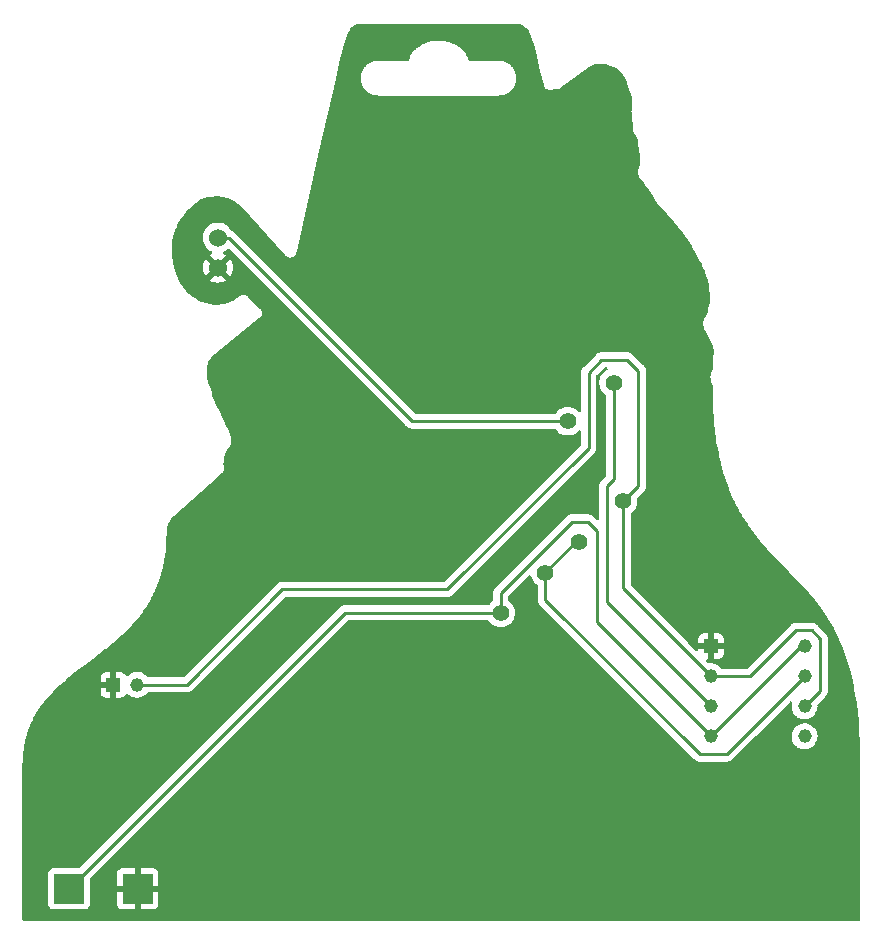
<source format=gbr>
%TF.GenerationSoftware,KiCad,Pcbnew,(6.0.1)*%
%TF.CreationDate,2022-02-21T20:44:29-05:00*%
%TF.ProjectId,cc-online-2,63632d6f-6e6c-4696-9e65-2d322e6b6963,rev?*%
%TF.SameCoordinates,Original*%
%TF.FileFunction,Copper,L2,Bot*%
%TF.FilePolarity,Positive*%
%FSLAX46Y46*%
G04 Gerber Fmt 4.6, Leading zero omitted, Abs format (unit mm)*
G04 Created by KiCad (PCBNEW (6.0.1)) date 2022-02-21 20:44:29*
%MOMM*%
%LPD*%
G01*
G04 APERTURE LIST*
G04 Aperture macros list*
%AMHorizOval*
0 Thick line with rounded ends*
0 $1 width*
0 $2 $3 position (X,Y) of the first rounded end (center of the circle)*
0 $4 $5 position (X,Y) of the second rounded end (center of the circle)*
0 Add line between two ends*
20,1,$1,$2,$3,$4,$5,0*
0 Add two circle primitives to create the rounded ends*
1,1,$1,$2,$3*
1,1,$1,$4,$5*%
G04 Aperture macros list end*
%TA.AperFunction,ComponentPad*%
%ADD10R,1.158000X1.158000*%
%TD*%
%TA.AperFunction,ComponentPad*%
%ADD11C,1.158000*%
%TD*%
%TA.AperFunction,ComponentPad*%
%ADD12C,1.524000*%
%TD*%
%TA.AperFunction,ComponentPad*%
%ADD13R,2.500000X2.500000*%
%TD*%
%TA.AperFunction,ComponentPad*%
%ADD14R,1.150000X1.150000*%
%TD*%
%TA.AperFunction,ComponentPad*%
%ADD15C,1.150000*%
%TD*%
%TA.AperFunction,ComponentPad*%
%ADD16C,1.400000*%
%TD*%
%TA.AperFunction,ComponentPad*%
%ADD17HorizOval,1.400000X0.000000X0.000000X0.000000X0.000000X0*%
%TD*%
%TA.AperFunction,ComponentPad*%
%ADD18HorizOval,1.400000X0.000000X0.000000X0.000000X0.000000X0*%
%TD*%
%TA.AperFunction,ComponentPad*%
%ADD19HorizOval,1.400000X0.000000X0.000000X0.000000X0.000000X0*%
%TD*%
%TA.AperFunction,Conductor*%
%ADD20C,0.250000*%
%TD*%
G04 APERTURE END LIST*
D10*
%TO.P,ICM7555,1*%
%TO.N,GND*%
X130452000Y-112720000D03*
D11*
%TO.P,ICM7555,2*%
%TO.N,N/C*%
X130452000Y-115260000D03*
%TO.P,ICM7555,3*%
X130452000Y-117800000D03*
%TO.P,ICM7555,4*%
X130452000Y-120340000D03*
%TO.P,ICM7555,5*%
X138388000Y-120340000D03*
%TO.P,ICM7555,6*%
X138388000Y-117800000D03*
%TO.P,ICM7555,7*%
X138388000Y-115260000D03*
%TO.P,ICM7555,8*%
X138388000Y-112720000D03*
%TD*%
D12*
%TO.P,- +,1*%
%TO.N,GND*%
X88710000Y-80660000D03*
%TO.P,- +,2*%
%TO.N,N/C*%
X88710000Y-78120000D03*
%TD*%
D13*
%TO.P,-,1*%
%TO.N,GND*%
X81910000Y-133250000D03*
%TD*%
%TO.P,+,1*%
%TO.N,N/C*%
X76120000Y-133250000D03*
%TD*%
D14*
%TO.P,120uF,1*%
%TO.N,GND*%
X79870000Y-115980000D03*
D15*
%TO.P,120uF,2*%
%TO.N,N/C*%
X81870000Y-115980000D03*
%TD*%
D16*
%TO.P,10K\u03A9,1*%
%TO.N,N/C*%
X119300000Y-103930000D03*
D17*
%TO.P,10K\u03A9,2*%
X123015277Y-100465448D03*
%TD*%
D16*
%TO.P,220\u03A9,1*%
%TO.N,N/C*%
X118324247Y-93662681D03*
D18*
%TO.P,220\u03A9,2*%
X122215753Y-90397320D03*
%TD*%
D19*
%TO.P,220\u03A9,2*%
%TO.N,N/C*%
X116430000Y-106490000D03*
D16*
%TO.P,220\u03A9,1*%
X112654824Y-109889183D03*
%TD*%
D20*
%TO.N,*%
X139710000Y-112080000D02*
X139710000Y-116478000D01*
X139710000Y-116478000D02*
X138388000Y-117800000D01*
X139000000Y-111370000D02*
X139710000Y-112080000D01*
X137670000Y-111370000D02*
X139000000Y-111370000D01*
X130452000Y-115260000D02*
X133780000Y-115260000D01*
X133780000Y-115260000D02*
X137670000Y-111370000D01*
X123015277Y-107823277D02*
X123015277Y-100465448D01*
X130452000Y-115260000D02*
X123015277Y-107823277D01*
X89630000Y-78120000D02*
X88710000Y-78120000D01*
X105172681Y-93662681D02*
X89630000Y-78120000D01*
X118324247Y-93662681D02*
X105172681Y-93662681D01*
X112654824Y-108215176D02*
X112654824Y-109889183D01*
X118680000Y-102190000D02*
X112654824Y-108215176D01*
X120800000Y-102930000D02*
X120060000Y-102190000D01*
X120060000Y-102190000D02*
X118680000Y-102190000D01*
X130452000Y-120340000D02*
X120800000Y-110688000D01*
X120800000Y-110688000D02*
X120800000Y-102930000D01*
X122215753Y-98574247D02*
X122215753Y-90397320D01*
X121630000Y-99160000D02*
X122215753Y-98574247D01*
X121630000Y-108978000D02*
X121630000Y-99160000D01*
X130452000Y-117800000D02*
X121630000Y-108978000D01*
X94170000Y-107900000D02*
X86090000Y-115980000D01*
X108130000Y-107900000D02*
X94170000Y-107900000D01*
X120100000Y-95930000D02*
X108130000Y-107900000D01*
X86090000Y-115980000D02*
X81870000Y-115980000D01*
X120100000Y-89550000D02*
X120100000Y-95930000D01*
X121190000Y-88460000D02*
X120100000Y-89550000D01*
X123370000Y-88460000D02*
X121190000Y-88460000D01*
X124320000Y-89410000D02*
X123370000Y-88460000D01*
X124320000Y-99160725D02*
X124320000Y-89410000D01*
X123015277Y-100465448D02*
X124320000Y-99160725D01*
X129510000Y-121850000D02*
X131798000Y-121850000D01*
X116430000Y-108770000D02*
X129510000Y-121850000D01*
X131798000Y-121850000D02*
X138388000Y-115260000D01*
X116430000Y-106490000D02*
X116430000Y-108770000D01*
X118990000Y-103930000D02*
X119300000Y-103930000D01*
X116430000Y-106490000D02*
X118990000Y-103930000D01*
X99480817Y-109889183D02*
X112654824Y-109889183D01*
X76120000Y-133250000D02*
X99480817Y-109889183D01*
X138072000Y-112720000D02*
X138388000Y-112720000D01*
X130452000Y-120340000D02*
X138072000Y-112720000D01*
%TD*%
%TA.AperFunction,Conductor*%
%TO.N,GND*%
G36*
X114229116Y-60031612D02*
G01*
X114248283Y-60033943D01*
X114351594Y-60054639D01*
X114373124Y-60058952D01*
X114389394Y-60063361D01*
X114444666Y-60082395D01*
X114456555Y-60087179D01*
X114530941Y-60121601D01*
X114542956Y-60127970D01*
X114623821Y-60176604D01*
X114635515Y-60184564D01*
X114722459Y-60251187D01*
X114733315Y-60260531D01*
X114826018Y-60349988D01*
X114835589Y-60360318D01*
X114932849Y-60477826D01*
X114940964Y-60488788D01*
X115040637Y-60639899D01*
X115047149Y-60650959D01*
X115063689Y-60682637D01*
X115146601Y-60841437D01*
X115151562Y-60852133D01*
X115247304Y-61086878D01*
X115250960Y-61097077D01*
X115304473Y-61269389D01*
X115341828Y-61389674D01*
X115343452Y-61395377D01*
X115435269Y-61749045D01*
X115703150Y-62780895D01*
X115703516Y-62782340D01*
X115824925Y-63273820D01*
X116006357Y-64008283D01*
X116006505Y-64008883D01*
X116006768Y-64009971D01*
X116150697Y-64617546D01*
X116284545Y-65182569D01*
X116286993Y-65196207D01*
X116291665Y-65234131D01*
X116295219Y-65242374D01*
X116316429Y-65291571D01*
X116317975Y-65295322D01*
X116337588Y-65345170D01*
X116340875Y-65353524D01*
X116345978Y-65360108D01*
X116349275Y-65367756D01*
X116368068Y-65390455D01*
X116389152Y-65415923D01*
X116391687Y-65419087D01*
X116424513Y-65461441D01*
X116424516Y-65461444D01*
X116430015Y-65468539D01*
X116436760Y-65473425D01*
X116442072Y-65479842D01*
X116493876Y-65514886D01*
X116497174Y-65517195D01*
X116547854Y-65553912D01*
X116555702Y-65556710D01*
X116562598Y-65561375D01*
X116571145Y-65564116D01*
X116571146Y-65564116D01*
X116622144Y-65580468D01*
X116625987Y-65581769D01*
X116676457Y-65599763D01*
X116676461Y-65599764D01*
X116684918Y-65602779D01*
X116693230Y-65603262D01*
X116701165Y-65605806D01*
X116710140Y-65606037D01*
X116710143Y-65606038D01*
X116763703Y-65607419D01*
X116767758Y-65607589D01*
X116821227Y-65610694D01*
X116821230Y-65610694D01*
X116830188Y-65611214D01*
X116838931Y-65609199D01*
X116838934Y-65609199D01*
X116871256Y-65601750D01*
X116883383Y-65599574D01*
X116993975Y-65585265D01*
X117003389Y-65584404D01*
X117131020Y-65577553D01*
X117141561Y-65577429D01*
X117221529Y-65579833D01*
X117310663Y-65582514D01*
X117318381Y-65582984D01*
X117372054Y-65587917D01*
X117418360Y-65578875D01*
X117428385Y-65577334D01*
X117440376Y-65575983D01*
X117466356Y-65573057D01*
X117466359Y-65573056D01*
X117475273Y-65572052D01*
X117483546Y-65568587D01*
X117486148Y-65567910D01*
X117503510Y-65562639D01*
X117506063Y-65561750D01*
X117514872Y-65560030D01*
X117556776Y-65538357D01*
X117565976Y-65534060D01*
X117569939Y-65532400D01*
X117609488Y-65515834D01*
X117654496Y-65479351D01*
X117659424Y-65475554D01*
X120153536Y-63650223D01*
X120177552Y-63636420D01*
X120220298Y-63617767D01*
X120226742Y-63615165D01*
X120503098Y-63512380D01*
X120510683Y-63509830D01*
X120671884Y-63461275D01*
X120679509Y-63459236D01*
X120848219Y-63419750D01*
X120858778Y-63417750D01*
X121012309Y-63395395D01*
X121027521Y-63394114D01*
X121164676Y-63390910D01*
X121178916Y-63391383D01*
X121340268Y-63405908D01*
X121348660Y-63406949D01*
X121429575Y-63419750D01*
X121546266Y-63438211D01*
X121554959Y-63439903D01*
X121647322Y-63461275D01*
X121764627Y-63488419D01*
X121774081Y-63490997D01*
X121986457Y-63557901D01*
X121996938Y-63561721D01*
X122203216Y-63647433D01*
X122214902Y-63653009D01*
X122407105Y-63757202D01*
X122419934Y-63765188D01*
X122591689Y-63886976D01*
X122605246Y-63898086D01*
X122758142Y-64042274D01*
X122763060Y-64046912D01*
X122772745Y-64057126D01*
X123026940Y-64357136D01*
X123039826Y-64372345D01*
X123047885Y-64382945D01*
X123166134Y-64556839D01*
X123175824Y-64573775D01*
X123213105Y-64652520D01*
X123218156Y-64664831D01*
X123240710Y-64729315D01*
X123241396Y-64731337D01*
X123329194Y-64997771D01*
X123334730Y-65014570D01*
X123336424Y-65020142D01*
X123339078Y-65029656D01*
X123411563Y-65289501D01*
X123413381Y-65296869D01*
X123416694Y-65312278D01*
X123416697Y-65312288D01*
X123417718Y-65317037D01*
X123419457Y-65321571D01*
X123419458Y-65321574D01*
X123421192Y-65326094D01*
X123424914Y-65337361D01*
X123426683Y-65343702D01*
X123428493Y-65347819D01*
X123428494Y-65347821D01*
X123435339Y-65363389D01*
X123437641Y-65368983D01*
X123483557Y-65488697D01*
X123487540Y-65500911D01*
X123489387Y-65507740D01*
X123491368Y-65512191D01*
X123491368Y-65512192D01*
X123498714Y-65528700D01*
X123501241Y-65534805D01*
X123506748Y-65549164D01*
X123506752Y-65549172D01*
X123508353Y-65553347D01*
X123512079Y-65560030D01*
X123512185Y-65560221D01*
X123517243Y-65570339D01*
X123616692Y-65793827D01*
X123619558Y-65800267D01*
X123619842Y-65800909D01*
X123694278Y-65970937D01*
X123721946Y-66034137D01*
X123725554Y-66043346D01*
X123754055Y-66125463D01*
X123759770Y-66149066D01*
X123771781Y-66233684D01*
X123772518Y-66240037D01*
X123794858Y-66486940D01*
X123795371Y-66498423D01*
X123795029Y-66832025D01*
X123794532Y-66843074D01*
X123779203Y-67015176D01*
X123778093Y-67024060D01*
X123747670Y-67212697D01*
X123745811Y-67221983D01*
X123742150Y-67237260D01*
X123741757Y-67242114D01*
X123740980Y-67251708D01*
X123739784Y-67261597D01*
X123737973Y-67272828D01*
X123737894Y-67277314D01*
X123737681Y-67289347D01*
X123737290Y-67297287D01*
X123733474Y-67344424D01*
X123732619Y-67352075D01*
X123729743Y-67372208D01*
X123729804Y-67377077D01*
X123729804Y-67377079D01*
X123729868Y-67382173D01*
X123729467Y-67393919D01*
X123728913Y-67400766D01*
X123729188Y-67405234D01*
X123729188Y-67405237D01*
X123730218Y-67421961D01*
X123730446Y-67428122D01*
X123732662Y-67604614D01*
X123732481Y-67613129D01*
X123731479Y-67631284D01*
X123732676Y-67643293D01*
X123733286Y-67654195D01*
X123733398Y-67663156D01*
X123736338Y-67681997D01*
X123737220Y-67688903D01*
X123868238Y-69003862D01*
X123868798Y-69015280D01*
X123867577Y-69023728D01*
X123868838Y-69032616D01*
X123876079Y-69083658D01*
X123876707Y-69088862D01*
X123878919Y-69111063D01*
X123879993Y-69115422D01*
X123880194Y-69116591D01*
X123882281Y-69127372D01*
X123888017Y-69167801D01*
X123891723Y-69175980D01*
X123893918Y-69180825D01*
X123901490Y-69202682D01*
X123902765Y-69207857D01*
X123902766Y-69207860D01*
X123904913Y-69216574D01*
X123909419Y-69224335D01*
X123925416Y-69251887D01*
X123931219Y-69263151D01*
X123934160Y-69269641D01*
X123936821Y-69273704D01*
X123936824Y-69273709D01*
X123946070Y-69287824D01*
X123949631Y-69293593D01*
X123977978Y-69342415D01*
X123984484Y-69348603D01*
X123989227Y-69354610D01*
X123995733Y-69363645D01*
X124089859Y-69507346D01*
X124095677Y-69517174D01*
X124180448Y-69676475D01*
X124187619Y-69692581D01*
X124243087Y-69845055D01*
X124243317Y-69845688D01*
X124248604Y-69864773D01*
X124282356Y-70038832D01*
X124283629Y-70046735D01*
X124308268Y-70238184D01*
X124308882Y-70244023D01*
X124323440Y-70422487D01*
X124323769Y-70428570D01*
X124323538Y-70433159D01*
X124324044Y-70437998D01*
X124326902Y-70465338D01*
X124327168Y-70468194D01*
X124329547Y-70497358D01*
X124330543Y-70501736D01*
X124330596Y-70502080D01*
X124331376Y-70508127D01*
X124343508Y-70624175D01*
X124344139Y-70633665D01*
X124344587Y-70649293D01*
X124345472Y-70654070D01*
X124347233Y-70663578D01*
X124348656Y-70673416D01*
X124349846Y-70684800D01*
X124350940Y-70689148D01*
X124350942Y-70689161D01*
X124353868Y-70700792D01*
X124355567Y-70708579D01*
X124369836Y-70785625D01*
X124394550Y-70919068D01*
X124396061Y-70929776D01*
X124397255Y-70942013D01*
X124398467Y-70946724D01*
X124401693Y-70959267D01*
X124403555Y-70967696D01*
X124406237Y-70982175D01*
X124407669Y-70986420D01*
X124410430Y-70994607D01*
X124413067Y-71003491D01*
X124459731Y-71184916D01*
X124461314Y-71191882D01*
X124474220Y-71257207D01*
X124476598Y-71279984D01*
X124479110Y-71472496D01*
X124479099Y-71476516D01*
X124475329Y-71676365D01*
X124474992Y-71683494D01*
X124463545Y-71834803D01*
X124461580Y-71849385D01*
X124431096Y-72005907D01*
X124429591Y-72012646D01*
X124380041Y-72209019D01*
X124376464Y-72223194D01*
X124375533Y-72226672D01*
X124311643Y-72452269D01*
X124310644Y-72455797D01*
X124306025Y-72469185D01*
X124291851Y-72503821D01*
X124290919Y-72512752D01*
X124290919Y-72512753D01*
X124285281Y-72566803D01*
X124284838Y-72570515D01*
X124276395Y-72633271D01*
X124277552Y-72640885D01*
X124276752Y-72648550D01*
X124288127Y-72710874D01*
X124288734Y-72714500D01*
X124298249Y-72777134D01*
X124301497Y-72784120D01*
X124302881Y-72791700D01*
X124329339Y-72844431D01*
X124331257Y-72848255D01*
X124332891Y-72851635D01*
X124359603Y-72909082D01*
X124365520Y-72915832D01*
X124386871Y-72940189D01*
X124394707Y-72950088D01*
X124630212Y-73280323D01*
X124631787Y-73282583D01*
X124753266Y-73461148D01*
X124860816Y-73619238D01*
X124862256Y-73621403D01*
X124881033Y-73650267D01*
X124884284Y-73653890D01*
X124884693Y-73654424D01*
X124885010Y-73654800D01*
X124886099Y-73656402D01*
X124889121Y-73659714D01*
X124911799Y-73684570D01*
X124912509Y-73685355D01*
X124974335Y-73754272D01*
X125029475Y-73815736D01*
X125041136Y-73828735D01*
X125044402Y-73832524D01*
X125173451Y-73988428D01*
X125230507Y-74057358D01*
X125239812Y-74070159D01*
X125397324Y-74318286D01*
X125420295Y-74354472D01*
X125422348Y-74357821D01*
X125528274Y-74536783D01*
X125535009Y-74549845D01*
X125590114Y-74673996D01*
X125594712Y-74685963D01*
X125596932Y-74692755D01*
X125599138Y-74697095D01*
X125599141Y-74697101D01*
X125607300Y-74713148D01*
X125610142Y-74719121D01*
X125618180Y-74737229D01*
X125620558Y-74741023D01*
X125620559Y-74741024D01*
X125622396Y-74743954D01*
X125627956Y-74753776D01*
X125687321Y-74870537D01*
X125690543Y-74877374D01*
X125698789Y-74896333D01*
X125703954Y-74904485D01*
X125709833Y-74914812D01*
X125712801Y-74920650D01*
X125724601Y-74937440D01*
X125725208Y-74938303D01*
X125728549Y-74943307D01*
X125768929Y-75007048D01*
X125770314Y-75009580D01*
X125771163Y-75012387D01*
X125810264Y-75072312D01*
X125811143Y-75073679D01*
X125826791Y-75098379D01*
X125828455Y-75100327D01*
X125829388Y-75101670D01*
X125829596Y-75101940D01*
X125832260Y-75106024D01*
X125850301Y-75126079D01*
X125852229Y-75128222D01*
X125854355Y-75130648D01*
X125891540Y-75174178D01*
X125891543Y-75174181D01*
X125897371Y-75181003D01*
X125901905Y-75183970D01*
X125906196Y-75188214D01*
X126416212Y-75755160D01*
X126418215Y-75757533D01*
X126419824Y-75759926D01*
X126443787Y-75785829D01*
X126444781Y-75786918D01*
X126466324Y-75810866D01*
X126468531Y-75812709D01*
X126470771Y-75814996D01*
X126737535Y-76103352D01*
X126929579Y-76310941D01*
X126935312Y-76317587D01*
X128068246Y-77727747D01*
X128079376Y-77741601D01*
X128085477Y-77749864D01*
X128486094Y-78341463D01*
X128493599Y-78352546D01*
X128494614Y-78354070D01*
X128815717Y-78843523D01*
X128847412Y-78891836D01*
X128849232Y-78894693D01*
X129140954Y-79366704D01*
X129144756Y-79373297D01*
X129292310Y-79648064D01*
X129397784Y-79844472D01*
X129400178Y-79849162D01*
X129486580Y-80027559D01*
X129662997Y-80391813D01*
X129676426Y-80419541D01*
X129678431Y-80423888D01*
X129780566Y-80657035D01*
X129918444Y-80971773D01*
X129921409Y-80979172D01*
X130071741Y-81391491D01*
X130074466Y-81399863D01*
X130107158Y-81513667D01*
X130169531Y-81730793D01*
X130171409Y-81737332D01*
X130172492Y-81741352D01*
X130264300Y-82106837D01*
X130266113Y-82115270D01*
X130331554Y-82480294D01*
X130333191Y-82493279D01*
X130361261Y-82874587D01*
X130361596Y-82882749D01*
X130364816Y-83255559D01*
X130364768Y-83260300D01*
X130355435Y-83582122D01*
X130354606Y-83593352D01*
X130319353Y-83889715D01*
X130316907Y-83903600D01*
X130249175Y-84192426D01*
X130239212Y-84234909D01*
X130235471Y-84247750D01*
X130183945Y-84395025D01*
X130145288Y-84505519D01*
X130119988Y-84577832D01*
X130115341Y-84589280D01*
X130009687Y-84816778D01*
X130001928Y-84833484D01*
X129996489Y-84843896D01*
X129869043Y-85062388D01*
X129865665Y-85067853D01*
X129834266Y-85115877D01*
X129831660Y-85124465D01*
X129831660Y-85124466D01*
X129821544Y-85157809D01*
X129817709Y-85168643D01*
X129804601Y-85200915D01*
X129804600Y-85200919D01*
X129801224Y-85209231D01*
X129800316Y-85218159D01*
X129800315Y-85218164D01*
X129800080Y-85220473D01*
X129795301Y-85244301D01*
X129794625Y-85246531D01*
X129792018Y-85255125D01*
X129791928Y-85264096D01*
X129791927Y-85264099D01*
X129791576Y-85298950D01*
X129790936Y-85310423D01*
X129786506Y-85353999D01*
X129796192Y-85406282D01*
X129797707Y-85414463D01*
X129798504Y-85419285D01*
X129849063Y-85767033D01*
X129849572Y-85770971D01*
X129856785Y-85834610D01*
X129871352Y-85869320D01*
X129876020Y-85882436D01*
X129886655Y-85918520D01*
X129909559Y-85954166D01*
X129923807Y-85976341D01*
X129925094Y-85978387D01*
X130243038Y-86494866D01*
X130253402Y-86511702D01*
X130254232Y-86513071D01*
X130397343Y-86752301D01*
X130400717Y-86758307D01*
X130497312Y-86941863D01*
X130500192Y-86947698D01*
X130566225Y-87090675D01*
X130572591Y-87107536D01*
X130623211Y-87277608D01*
X130625198Y-87285132D01*
X130665125Y-87457733D01*
X130667254Y-87469420D01*
X130680175Y-87565983D01*
X130688501Y-87628212D01*
X130689612Y-87644282D01*
X130689730Y-87667610D01*
X130690390Y-87798407D01*
X130690099Y-87807626D01*
X130679611Y-87961069D01*
X130679396Y-87964215D01*
X130678717Y-87971242D01*
X130662019Y-88104826D01*
X130658708Y-88131310D01*
X130657463Y-88139218D01*
X130653817Y-88158373D01*
X130653654Y-88163231D01*
X130653454Y-88169163D01*
X130652552Y-88180552D01*
X130652153Y-88183741D01*
X130652153Y-88183749D01*
X130651598Y-88188186D01*
X130651678Y-88192661D01*
X130651962Y-88208555D01*
X130651911Y-88215040D01*
X130622290Y-89095966D01*
X130622287Y-89096043D01*
X130621615Y-89105469D01*
X130616801Y-89149581D01*
X130607916Y-89231005D01*
X130605138Y-89246917D01*
X130590386Y-89307999D01*
X130580801Y-89347683D01*
X130574673Y-89366461D01*
X130521950Y-89493310D01*
X130519384Y-89499043D01*
X130517034Y-89503100D01*
X130505378Y-89533094D01*
X130504286Y-89535808D01*
X130503444Y-89537835D01*
X130493104Y-89562714D01*
X130491992Y-89567038D01*
X130491751Y-89567758D01*
X130489704Y-89573424D01*
X130483987Y-89588135D01*
X130473873Y-89608497D01*
X130470438Y-89614083D01*
X130470437Y-89614086D01*
X130465734Y-89621733D01*
X130455121Y-89660549D01*
X130452558Y-89668313D01*
X130451507Y-89671717D01*
X130449885Y-89675889D01*
X130448873Y-89680242D01*
X130448870Y-89680252D01*
X130444517Y-89698980D01*
X130443335Y-89703658D01*
X130436247Y-89729580D01*
X130435702Y-89734408D01*
X130434782Y-89739200D01*
X130434735Y-89739191D01*
X130433498Y-89746380D01*
X130425280Y-89781732D01*
X130425783Y-89790690D01*
X130425840Y-89791701D01*
X130423877Y-89821480D01*
X130421193Y-89829316D01*
X130420785Y-89838278D01*
X130418822Y-89881406D01*
X130418156Y-89889813D01*
X130417018Y-89899888D01*
X130417017Y-89899904D01*
X130416515Y-89904354D01*
X130416649Y-89908840D01*
X130416873Y-89916361D01*
X130416799Y-89925846D01*
X130416109Y-89941007D01*
X130417628Y-89954889D01*
X130418318Y-89964820D01*
X130419754Y-90012971D01*
X130422529Y-90021508D01*
X130423284Y-90025852D01*
X130427401Y-90044958D01*
X130435002Y-90113686D01*
X130435081Y-90114410D01*
X130435083Y-90114416D01*
X130435430Y-90117558D01*
X130436704Y-90122258D01*
X130443862Y-90148676D01*
X130444293Y-90150308D01*
X130452260Y-90181350D01*
X130462093Y-90219665D01*
X130463586Y-90222180D01*
X130464521Y-90224919D01*
X130466779Y-90233251D01*
X130468646Y-90241136D01*
X130471520Y-90255292D01*
X130471523Y-90255301D01*
X130472491Y-90260070D01*
X130474184Y-90264639D01*
X130476302Y-90270355D01*
X130479767Y-90281183D01*
X130481821Y-90288765D01*
X130483597Y-90292886D01*
X130483597Y-90292887D01*
X130489800Y-90307283D01*
X130492232Y-90313356D01*
X130552260Y-90475381D01*
X130555361Y-90484901D01*
X130574696Y-90553413D01*
X130587601Y-90599143D01*
X130592330Y-90632018D01*
X130600117Y-91360816D01*
X130600017Y-91366714D01*
X130599472Y-91371178D01*
X130599632Y-91376035D01*
X130599632Y-91376038D01*
X130600544Y-91403702D01*
X130600605Y-91406507D01*
X130600766Y-91421539D01*
X130600919Y-91435903D01*
X130601600Y-91440322D01*
X130601953Y-91446448D01*
X130625752Y-92168557D01*
X130626401Y-92188255D01*
X130626440Y-92194639D01*
X130625976Y-92199357D01*
X130626251Y-92204221D01*
X130627787Y-92231396D01*
X130627920Y-92234355D01*
X130628877Y-92263390D01*
X130629659Y-92267810D01*
X130629755Y-92268724D01*
X130630235Y-92274691D01*
X130649927Y-92623049D01*
X130670219Y-92982027D01*
X130670419Y-92988662D01*
X130670420Y-92988924D01*
X130670063Y-92993776D01*
X130670457Y-92998625D01*
X130672637Y-93025478D01*
X130672849Y-93028561D01*
X130674468Y-93057190D01*
X130675350Y-93061571D01*
X130675573Y-93063308D01*
X130676183Y-93069136D01*
X130730912Y-93742987D01*
X130731270Y-93749443D01*
X130731307Y-93750704D01*
X130731077Y-93755552D01*
X130731595Y-93760378D01*
X130734425Y-93786746D01*
X130734730Y-93789979D01*
X130737020Y-93818181D01*
X130738013Y-93822555D01*
X130738425Y-93825238D01*
X130739163Y-93830900D01*
X130808029Y-94472638D01*
X130808546Y-94478945D01*
X130808664Y-94481029D01*
X130808564Y-94485899D01*
X130809215Y-94490731D01*
X130809215Y-94490732D01*
X130812702Y-94516621D01*
X130813111Y-94519995D01*
X130816092Y-94547772D01*
X130817197Y-94552117D01*
X130817847Y-94555728D01*
X130818710Y-94561218D01*
X130823280Y-94595141D01*
X130883240Y-95040226D01*
X130900999Y-95172056D01*
X130901672Y-95178178D01*
X130901941Y-95181335D01*
X130901979Y-95186207D01*
X130902765Y-95191011D01*
X130902766Y-95191019D01*
X130906919Y-95216390D01*
X130907446Y-95219917D01*
X130911118Y-95247172D01*
X130912342Y-95251491D01*
X130913252Y-95255867D01*
X130913080Y-95255903D01*
X130914267Y-95261278D01*
X131009396Y-95842416D01*
X131010229Y-95848399D01*
X131010673Y-95852269D01*
X131010854Y-95857138D01*
X131011782Y-95861923D01*
X131016622Y-95886886D01*
X131017271Y-95890517D01*
X131021665Y-95917362D01*
X131023011Y-95921644D01*
X131024047Y-95926005D01*
X131023888Y-95926043D01*
X131025280Y-95931545D01*
X131132533Y-96484730D01*
X131133281Y-96490589D01*
X131133519Y-96490554D01*
X131134222Y-96495378D01*
X131134550Y-96500228D01*
X131141146Y-96529458D01*
X131141912Y-96533108D01*
X131147030Y-96559502D01*
X131148498Y-96563735D01*
X131149663Y-96568070D01*
X131149529Y-96568106D01*
X131151152Y-96573789D01*
X131243477Y-96982884D01*
X131270106Y-97100877D01*
X131271084Y-97106925D01*
X131271280Y-97106890D01*
X131272135Y-97111685D01*
X131272616Y-97116524D01*
X131280038Y-97145164D01*
X131280966Y-97148997D01*
X131286793Y-97174816D01*
X131288391Y-97179008D01*
X131289686Y-97183298D01*
X131289578Y-97183330D01*
X131291444Y-97189179D01*
X131306195Y-97246100D01*
X131417340Y-97674995D01*
X131421513Y-97691099D01*
X131422700Y-97697202D01*
X131422885Y-97697163D01*
X131423892Y-97701923D01*
X131424529Y-97706755D01*
X131425903Y-97711434D01*
X131432815Y-97734974D01*
X131433889Y-97738862D01*
X131439366Y-97759996D01*
X131439369Y-97760005D01*
X131440494Y-97764346D01*
X131442222Y-97768482D01*
X131443654Y-97772735D01*
X131443556Y-97772768D01*
X131445638Y-97778640D01*
X131507593Y-97989622D01*
X131586032Y-98256742D01*
X131587465Y-98263010D01*
X131587623Y-98262971D01*
X131588787Y-98267698D01*
X131589583Y-98272500D01*
X131591108Y-98277120D01*
X131591109Y-98277126D01*
X131598697Y-98300122D01*
X131599938Y-98304103D01*
X131605990Y-98324711D01*
X131607258Y-98329028D01*
X131609123Y-98333118D01*
X131610684Y-98337305D01*
X131610607Y-98337334D01*
X131612953Y-98343323D01*
X131760881Y-98791628D01*
X131763252Y-98798815D01*
X131764915Y-98805111D01*
X131765061Y-98805070D01*
X131766383Y-98809753D01*
X131767339Y-98814524D01*
X131769018Y-98819091D01*
X131769018Y-98819092D01*
X131777329Y-98841703D01*
X131778717Y-98845684D01*
X131786815Y-98870224D01*
X131788810Y-98874240D01*
X131790512Y-98878384D01*
X131790446Y-98878411D01*
X131793023Y-98884395D01*
X131952583Y-99318464D01*
X131954477Y-99324764D01*
X131954612Y-99324721D01*
X131956094Y-99329363D01*
X131957212Y-99334098D01*
X131959046Y-99338607D01*
X131968056Y-99360765D01*
X131969600Y-99364754D01*
X131978479Y-99388909D01*
X131980607Y-99392856D01*
X131982450Y-99396945D01*
X131982393Y-99396971D01*
X131985204Y-99402933D01*
X132088270Y-99656388D01*
X132153385Y-99816516D01*
X132155491Y-99822746D01*
X132155625Y-99822698D01*
X132157265Y-99827290D01*
X132158543Y-99831988D01*
X132170305Y-99858314D01*
X132171957Y-99862188D01*
X132179970Y-99881895D01*
X132179975Y-99881904D01*
X132181660Y-99886049D01*
X132183919Y-99889917D01*
X132185899Y-99893941D01*
X132185843Y-99893969D01*
X132188861Y-99899847D01*
X132365034Y-100294167D01*
X132367346Y-100300310D01*
X132367481Y-100300257D01*
X132369268Y-100304772D01*
X132370706Y-100309429D01*
X132372841Y-100313805D01*
X132372842Y-100313806D01*
X132383361Y-100335360D01*
X132385162Y-100339215D01*
X132395666Y-100362727D01*
X132398056Y-100366519D01*
X132400173Y-100370476D01*
X132400116Y-100370506D01*
X132403309Y-100376238D01*
X132586916Y-100752471D01*
X132589425Y-100758509D01*
X132589558Y-100758451D01*
X132591504Y-100762921D01*
X132593094Y-100767514D01*
X132595371Y-100771806D01*
X132595375Y-100771815D01*
X132606628Y-100793026D01*
X132608557Y-100796815D01*
X132619861Y-100819978D01*
X132622373Y-100823679D01*
X132624628Y-100827572D01*
X132624571Y-100827605D01*
X132627956Y-100833227D01*
X132793227Y-101144752D01*
X132818463Y-101192321D01*
X132821086Y-101198089D01*
X132821242Y-101198015D01*
X132823333Y-101202419D01*
X132825073Y-101206960D01*
X132839631Y-101232361D01*
X132841587Y-101235906D01*
X132853837Y-101258999D01*
X132856476Y-101262618D01*
X132858857Y-101266425D01*
X132858781Y-101266473D01*
X132862233Y-101271799D01*
X132930465Y-101390854D01*
X133061249Y-101619055D01*
X133067315Y-101631093D01*
X133069491Y-101636055D01*
X133072110Y-101640162D01*
X133072113Y-101640168D01*
X133082723Y-101656808D01*
X133085799Y-101661892D01*
X133096490Y-101680545D01*
X133099250Y-101684082D01*
X133099251Y-101684083D01*
X133100297Y-101685423D01*
X133107204Y-101695198D01*
X133564904Y-102412988D01*
X133570927Y-102423519D01*
X133572761Y-102427118D01*
X133572764Y-102427123D01*
X133574975Y-102431462D01*
X133577829Y-102435412D01*
X133577830Y-102435413D01*
X133587359Y-102448599D01*
X133591474Y-102454657D01*
X133601182Y-102469881D01*
X133604106Y-102473284D01*
X133604110Y-102473289D01*
X133607511Y-102477247D01*
X133614073Y-102485567D01*
X134096883Y-103153694D01*
X134103962Y-103164641D01*
X134107250Y-103170355D01*
X134110301Y-103174153D01*
X134121921Y-103188621D01*
X134125810Y-103193724D01*
X134135095Y-103206573D01*
X134137720Y-103210205D01*
X134140830Y-103213425D01*
X134142842Y-103215508D01*
X134150451Y-103224142D01*
X134650512Y-103846748D01*
X134656151Y-103854640D01*
X134658113Y-103857269D01*
X134660715Y-103861382D01*
X134663918Y-103865046D01*
X134663920Y-103865048D01*
X134678046Y-103881204D01*
X134681425Y-103885236D01*
X134695975Y-103903351D01*
X134699242Y-103906406D01*
X134699315Y-103906485D01*
X134708008Y-103915473D01*
X135185099Y-104461134D01*
X135220231Y-104501315D01*
X135223947Y-104506134D01*
X135224107Y-104506007D01*
X135227133Y-104509806D01*
X135229866Y-104513841D01*
X135233185Y-104517405D01*
X135250064Y-104535530D01*
X135252705Y-104538456D01*
X135270175Y-104558437D01*
X135273578Y-104561363D01*
X135276755Y-104564513D01*
X135276671Y-104564598D01*
X135281056Y-104568810D01*
X135803420Y-105129735D01*
X135807806Y-105134703D01*
X135807926Y-105134846D01*
X135810757Y-105138813D01*
X135814162Y-105142294D01*
X135832997Y-105161551D01*
X135835131Y-105163787D01*
X135854697Y-105184798D01*
X135858184Y-105187611D01*
X135859411Y-105188754D01*
X135863609Y-105192851D01*
X136979434Y-106333691D01*
X136979550Y-106333820D01*
X136979669Y-106333986D01*
X137007474Y-106362360D01*
X137032536Y-106387984D01*
X137032694Y-106388105D01*
X137032822Y-106388227D01*
X137060143Y-106416107D01*
X137590393Y-106957210D01*
X137591609Y-106958469D01*
X137985891Y-107372953D01*
X138164306Y-107560510D01*
X138166558Y-107562941D01*
X138725279Y-108182115D01*
X138728308Y-108185599D01*
X139269604Y-108831547D01*
X139273197Y-108836039D01*
X139754152Y-109466556D01*
X139793650Y-109518337D01*
X139797614Y-109523836D01*
X140296438Y-110256370D01*
X140299461Y-110261026D01*
X140534935Y-110641866D01*
X140536943Y-110645229D01*
X140676652Y-110887745D01*
X140767393Y-111045259D01*
X140769331Y-111048750D01*
X140992106Y-111465447D01*
X140993994Y-111469122D01*
X141208418Y-111903913D01*
X141210174Y-111907625D01*
X141416003Y-112361718D01*
X141417653Y-112365522D01*
X141614267Y-112840240D01*
X141615794Y-112844107D01*
X141802599Y-113340907D01*
X141803968Y-113344733D01*
X141980626Y-113864870D01*
X141981861Y-113868709D01*
X142147614Y-114413394D01*
X142148704Y-114417187D01*
X142295538Y-114960214D01*
X142302997Y-114987801D01*
X142303933Y-114991485D01*
X142383677Y-115326498D01*
X142446248Y-115589366D01*
X142447053Y-115592982D01*
X142576819Y-116219360D01*
X142577501Y-116222908D01*
X142693898Y-116878912D01*
X142694451Y-116882298D01*
X142787881Y-117507946D01*
X142797033Y-117569233D01*
X142797477Y-117572498D01*
X142880392Y-118249256D01*
X142885602Y-118291777D01*
X142885948Y-118294933D01*
X142890908Y-118346079D01*
X142958937Y-119047460D01*
X142959194Y-119050489D01*
X143014882Y-119816546D01*
X143016406Y-119837517D01*
X143016582Y-119840390D01*
X143030379Y-120118664D01*
X143057379Y-120663209D01*
X143057486Y-120665959D01*
X143081312Y-121525799D01*
X143081357Y-121528417D01*
X143087597Y-122430393D01*
X143087600Y-122431265D01*
X143087600Y-135342244D01*
X143087598Y-135342904D01*
X143085676Y-135709968D01*
X143085543Y-135715140D01*
X143083088Y-135767937D01*
X143078669Y-135862989D01*
X143055525Y-135930107D01*
X142999768Y-135974058D01*
X142953597Y-135983135D01*
X142686674Y-135984813D01*
X142673153Y-135984898D01*
X142672361Y-135984900D01*
X72484061Y-135984900D01*
X72479386Y-135984813D01*
X72396434Y-135981733D01*
X72383814Y-135980627D01*
X72323217Y-135972230D01*
X72308414Y-135969266D01*
X72263602Y-135957461D01*
X72202824Y-135920766D01*
X72171534Y-135857036D01*
X72169700Y-135835618D01*
X72169700Y-134548134D01*
X74361500Y-134548134D01*
X74368255Y-134610316D01*
X74419385Y-134746705D01*
X74506739Y-134863261D01*
X74623295Y-134950615D01*
X74759684Y-135001745D01*
X74821866Y-135008500D01*
X77418134Y-135008500D01*
X77480316Y-135001745D01*
X77616705Y-134950615D01*
X77733261Y-134863261D01*
X77820615Y-134746705D01*
X77871745Y-134610316D01*
X77878500Y-134548134D01*
X77878500Y-134544669D01*
X80152001Y-134544669D01*
X80152371Y-134551490D01*
X80157895Y-134602352D01*
X80161521Y-134617604D01*
X80206676Y-134738054D01*
X80215214Y-134753649D01*
X80291715Y-134855724D01*
X80304276Y-134868285D01*
X80406351Y-134944786D01*
X80421946Y-134953324D01*
X80542394Y-134998478D01*
X80557649Y-135002105D01*
X80608514Y-135007631D01*
X80615328Y-135008000D01*
X81637885Y-135008000D01*
X81653124Y-135003525D01*
X81654329Y-135002135D01*
X81656000Y-134994452D01*
X81656000Y-134989884D01*
X82164000Y-134989884D01*
X82168475Y-135005123D01*
X82169865Y-135006328D01*
X82177548Y-135007999D01*
X83204669Y-135007999D01*
X83211490Y-135007629D01*
X83262352Y-135002105D01*
X83277604Y-134998479D01*
X83398054Y-134953324D01*
X83413649Y-134944786D01*
X83515724Y-134868285D01*
X83528285Y-134855724D01*
X83604786Y-134753649D01*
X83613324Y-134738054D01*
X83658478Y-134617606D01*
X83662105Y-134602351D01*
X83667631Y-134551486D01*
X83668000Y-134544672D01*
X83668000Y-133522115D01*
X83663525Y-133506876D01*
X83662135Y-133505671D01*
X83654452Y-133504000D01*
X82182115Y-133504000D01*
X82166876Y-133508475D01*
X82165671Y-133509865D01*
X82164000Y-133517548D01*
X82164000Y-134989884D01*
X81656000Y-134989884D01*
X81656000Y-133522115D01*
X81651525Y-133506876D01*
X81650135Y-133505671D01*
X81642452Y-133504000D01*
X80170116Y-133504000D01*
X80154877Y-133508475D01*
X80153672Y-133509865D01*
X80152001Y-133517548D01*
X80152001Y-134544669D01*
X77878500Y-134544669D01*
X77878500Y-132977885D01*
X80152000Y-132977885D01*
X80156475Y-132993124D01*
X80157865Y-132994329D01*
X80165548Y-132996000D01*
X81637885Y-132996000D01*
X81653124Y-132991525D01*
X81654329Y-132990135D01*
X81656000Y-132982452D01*
X81656000Y-132977885D01*
X82164000Y-132977885D01*
X82168475Y-132993124D01*
X82169865Y-132994329D01*
X82177548Y-132996000D01*
X83649884Y-132996000D01*
X83665123Y-132991525D01*
X83666328Y-132990135D01*
X83667999Y-132982452D01*
X83667999Y-131955331D01*
X83667629Y-131948510D01*
X83662105Y-131897648D01*
X83658479Y-131882396D01*
X83613324Y-131761946D01*
X83604786Y-131746351D01*
X83528285Y-131644276D01*
X83515724Y-131631715D01*
X83413649Y-131555214D01*
X83398054Y-131546676D01*
X83277606Y-131501522D01*
X83262351Y-131497895D01*
X83211486Y-131492369D01*
X83204672Y-131492000D01*
X82182115Y-131492000D01*
X82166876Y-131496475D01*
X82165671Y-131497865D01*
X82164000Y-131505548D01*
X82164000Y-132977885D01*
X81656000Y-132977885D01*
X81656000Y-131510116D01*
X81651525Y-131494877D01*
X81650135Y-131493672D01*
X81642452Y-131492001D01*
X80615331Y-131492001D01*
X80608510Y-131492371D01*
X80557648Y-131497895D01*
X80542396Y-131501521D01*
X80421946Y-131546676D01*
X80406351Y-131555214D01*
X80304276Y-131631715D01*
X80291715Y-131644276D01*
X80215214Y-131746351D01*
X80206676Y-131761946D01*
X80161522Y-131882394D01*
X80157895Y-131897649D01*
X80152369Y-131948514D01*
X80152000Y-131955328D01*
X80152000Y-132977885D01*
X77878500Y-132977885D01*
X77878500Y-132439594D01*
X77898502Y-132371473D01*
X77915405Y-132350499D01*
X99706316Y-110559588D01*
X99768628Y-110525562D01*
X99795411Y-110522683D01*
X111557509Y-110522683D01*
X111625630Y-110542685D01*
X111660722Y-110576413D01*
X111725523Y-110668959D01*
X111875048Y-110818484D01*
X112048266Y-110939772D01*
X112053244Y-110942093D01*
X112053247Y-110942095D01*
X112181787Y-111002034D01*
X112239914Y-111029139D01*
X112245222Y-111030561D01*
X112245224Y-111030562D01*
X112438854Y-111082445D01*
X112438856Y-111082445D01*
X112444169Y-111083869D01*
X112654824Y-111102299D01*
X112865479Y-111083869D01*
X112870792Y-111082445D01*
X112870794Y-111082445D01*
X113064424Y-111030562D01*
X113064426Y-111030561D01*
X113069734Y-111029139D01*
X113127861Y-111002034D01*
X113256401Y-110942095D01*
X113256404Y-110942093D01*
X113261382Y-110939772D01*
X113434600Y-110818484D01*
X113584125Y-110668959D01*
X113705413Y-110495741D01*
X113746224Y-110408223D01*
X113792457Y-110309075D01*
X113792458Y-110309074D01*
X113794780Y-110304093D01*
X113807568Y-110256370D01*
X113848086Y-110105153D01*
X113848086Y-110105151D01*
X113849510Y-110099838D01*
X113867940Y-109889183D01*
X113849510Y-109678528D01*
X113848086Y-109673213D01*
X113796203Y-109479583D01*
X113796202Y-109479581D01*
X113794780Y-109474273D01*
X113771203Y-109423711D01*
X113707736Y-109287606D01*
X113707734Y-109287603D01*
X113705413Y-109282625D01*
X113584125Y-109109407D01*
X113434600Y-108959882D01*
X113342054Y-108895081D01*
X113297725Y-108839624D01*
X113288324Y-108791868D01*
X113288324Y-108529770D01*
X113308326Y-108461649D01*
X113325229Y-108440675D01*
X115045057Y-106720847D01*
X115107369Y-106686821D01*
X115178184Y-106691886D01*
X115235020Y-106734433D01*
X115255859Y-106777331D01*
X115285902Y-106889453D01*
X115290044Y-106904910D01*
X115292366Y-106909891D01*
X115292367Y-106909892D01*
X115315038Y-106958509D01*
X115379411Y-107096558D01*
X115500699Y-107269776D01*
X115650224Y-107419301D01*
X115665317Y-107429869D01*
X115742770Y-107484102D01*
X115787099Y-107539559D01*
X115796500Y-107587315D01*
X115796500Y-108691233D01*
X115795973Y-108702416D01*
X115794298Y-108709909D01*
X115794547Y-108717835D01*
X115794547Y-108717836D01*
X115796438Y-108777986D01*
X115796500Y-108781945D01*
X115796500Y-108809856D01*
X115796997Y-108813790D01*
X115796997Y-108813791D01*
X115797005Y-108813856D01*
X115797938Y-108825693D01*
X115799327Y-108869889D01*
X115804978Y-108889339D01*
X115808987Y-108908700D01*
X115811526Y-108928797D01*
X115814445Y-108936168D01*
X115814445Y-108936170D01*
X115827804Y-108969912D01*
X115831649Y-108981142D01*
X115843982Y-109023593D01*
X115848015Y-109030412D01*
X115848017Y-109030417D01*
X115854293Y-109041028D01*
X115862988Y-109058776D01*
X115870448Y-109077617D01*
X115875110Y-109084033D01*
X115875110Y-109084034D01*
X115896436Y-109113387D01*
X115902952Y-109123307D01*
X115919980Y-109152099D01*
X115925458Y-109161362D01*
X115939779Y-109175683D01*
X115952619Y-109190716D01*
X115964528Y-109207107D01*
X115970634Y-109212158D01*
X115998605Y-109235298D01*
X116007384Y-109243288D01*
X129006343Y-122242247D01*
X129013887Y-122250537D01*
X129018000Y-122257018D01*
X129023777Y-122262443D01*
X129067667Y-122303658D01*
X129070509Y-122306413D01*
X129090230Y-122326134D01*
X129093425Y-122328612D01*
X129102447Y-122336318D01*
X129134679Y-122366586D01*
X129141628Y-122370406D01*
X129152432Y-122376346D01*
X129168956Y-122387199D01*
X129184959Y-122399613D01*
X129225543Y-122417176D01*
X129236173Y-122422383D01*
X129274940Y-122443695D01*
X129282617Y-122445666D01*
X129282622Y-122445668D01*
X129294558Y-122448732D01*
X129313266Y-122455137D01*
X129331855Y-122463181D01*
X129339680Y-122464420D01*
X129339682Y-122464421D01*
X129375519Y-122470097D01*
X129387140Y-122472504D01*
X129418959Y-122480673D01*
X129429970Y-122483500D01*
X129450231Y-122483500D01*
X129469940Y-122485051D01*
X129489943Y-122488219D01*
X129497835Y-122487473D01*
X129503062Y-122486979D01*
X129533954Y-122484059D01*
X129545811Y-122483500D01*
X131719233Y-122483500D01*
X131730416Y-122484027D01*
X131737909Y-122485702D01*
X131745835Y-122485453D01*
X131745836Y-122485453D01*
X131805986Y-122483562D01*
X131809945Y-122483500D01*
X131837856Y-122483500D01*
X131841791Y-122483003D01*
X131841856Y-122482995D01*
X131853693Y-122482062D01*
X131885951Y-122481048D01*
X131889970Y-122480922D01*
X131897889Y-122480673D01*
X131917343Y-122475021D01*
X131936700Y-122471013D01*
X131948930Y-122469468D01*
X131948931Y-122469468D01*
X131956797Y-122468474D01*
X131964168Y-122465555D01*
X131964170Y-122465555D01*
X131997912Y-122452196D01*
X132009142Y-122448351D01*
X132043983Y-122438229D01*
X132043984Y-122438229D01*
X132051593Y-122436018D01*
X132058412Y-122431985D01*
X132058417Y-122431983D01*
X132069028Y-122425707D01*
X132086776Y-122417012D01*
X132105617Y-122409552D01*
X132125987Y-122394753D01*
X132141387Y-122383564D01*
X132151307Y-122377048D01*
X132182535Y-122358580D01*
X132182538Y-122358578D01*
X132189362Y-122354542D01*
X132203683Y-122340221D01*
X132218717Y-122327380D01*
X132220432Y-122326134D01*
X132235107Y-122315472D01*
X132263298Y-122281395D01*
X132271288Y-122272616D01*
X134232493Y-120311411D01*
X137296215Y-120311411D01*
X137309287Y-120510851D01*
X137310708Y-120516447D01*
X137310709Y-120516452D01*
X137348339Y-120664617D01*
X137358486Y-120704570D01*
X137360903Y-120709812D01*
X137360903Y-120709813D01*
X137418454Y-120834650D01*
X137442163Y-120886079D01*
X137445496Y-120890795D01*
X137554184Y-121044587D01*
X137554187Y-121044590D01*
X137557516Y-121049301D01*
X137700682Y-121188767D01*
X137705478Y-121191972D01*
X137705481Y-121191974D01*
X137739305Y-121214574D01*
X137866867Y-121299808D01*
X137872170Y-121302086D01*
X137872173Y-121302088D01*
X137943690Y-121332814D01*
X138050504Y-121378705D01*
X138245445Y-121422815D01*
X138251219Y-121423042D01*
X138251220Y-121423042D01*
X138289274Y-121424537D01*
X138445159Y-121430662D01*
X138642959Y-121401983D01*
X138707781Y-121379979D01*
X138826753Y-121339593D01*
X138832221Y-121337737D01*
X139006606Y-121240077D01*
X139160273Y-121112273D01*
X139288077Y-120958606D01*
X139385737Y-120784221D01*
X139439131Y-120626928D01*
X139448127Y-120600427D01*
X139448127Y-120600426D01*
X139449983Y-120594959D01*
X139478662Y-120397159D01*
X139480159Y-120340000D01*
X139463787Y-120161824D01*
X139462400Y-120146724D01*
X139462399Y-120146721D01*
X139461871Y-120140970D01*
X139455580Y-120118664D01*
X139409186Y-119954164D01*
X139409185Y-119954162D01*
X139407618Y-119948605D01*
X139397243Y-119927566D01*
X139321774Y-119774528D01*
X139321771Y-119774524D01*
X139319219Y-119769348D01*
X139199632Y-119609203D01*
X139052864Y-119473532D01*
X138883830Y-119366879D01*
X138878470Y-119364741D01*
X138878467Y-119364739D01*
X138703554Y-119294956D01*
X138698190Y-119292816D01*
X138692533Y-119291691D01*
X138692527Y-119291689D01*
X138507829Y-119254951D01*
X138507827Y-119254951D01*
X138502162Y-119253824D01*
X138496387Y-119253748D01*
X138496383Y-119253748D01*
X138396721Y-119252444D01*
X138302310Y-119251208D01*
X138296613Y-119252187D01*
X138296612Y-119252187D01*
X138111025Y-119284076D01*
X138111024Y-119284076D01*
X138105328Y-119285055D01*
X137917813Y-119354233D01*
X137912852Y-119357185D01*
X137912851Y-119357185D01*
X137759519Y-119448409D01*
X137746045Y-119456425D01*
X137595776Y-119588207D01*
X137592209Y-119592732D01*
X137592204Y-119592737D01*
X137475647Y-119740590D01*
X137472038Y-119745168D01*
X137378977Y-119922049D01*
X137319707Y-120112927D01*
X137296215Y-120311411D01*
X134232493Y-120311411D01*
X137116064Y-117427840D01*
X137178376Y-117393814D01*
X137249191Y-117398879D01*
X137306027Y-117441426D01*
X137330838Y-117507946D01*
X137325491Y-117554300D01*
X137319707Y-117572927D01*
X137296215Y-117771411D01*
X137309287Y-117970851D01*
X137310708Y-117976447D01*
X137310709Y-117976452D01*
X137356485Y-118156690D01*
X137358486Y-118164570D01*
X137360903Y-118169812D01*
X137360903Y-118169813D01*
X137363608Y-118175680D01*
X137442163Y-118346079D01*
X137445496Y-118350795D01*
X137554184Y-118504587D01*
X137554187Y-118504590D01*
X137557516Y-118509301D01*
X137700682Y-118648767D01*
X137705478Y-118651972D01*
X137705481Y-118651974D01*
X137744564Y-118678088D01*
X137866867Y-118759808D01*
X137872170Y-118762086D01*
X137872173Y-118762088D01*
X137943690Y-118792814D01*
X138050504Y-118838705D01*
X138245445Y-118882815D01*
X138251219Y-118883042D01*
X138251220Y-118883042D01*
X138289274Y-118884537D01*
X138445159Y-118890662D01*
X138642959Y-118861983D01*
X138707781Y-118839979D01*
X138826753Y-118799593D01*
X138832221Y-118797737D01*
X139006606Y-118700077D01*
X139160273Y-118572273D01*
X139288077Y-118418606D01*
X139385737Y-118244221D01*
X139417860Y-118149590D01*
X139448127Y-118060427D01*
X139448127Y-118060426D01*
X139449983Y-118054959D01*
X139478662Y-117857159D01*
X139480159Y-117800000D01*
X139469050Y-117679099D01*
X139482736Y-117609435D01*
X139505427Y-117578477D01*
X140102247Y-116981657D01*
X140110537Y-116974113D01*
X140117018Y-116970000D01*
X140163659Y-116920332D01*
X140166413Y-116917491D01*
X140186134Y-116897770D01*
X140188612Y-116894575D01*
X140196318Y-116885553D01*
X140200961Y-116880609D01*
X140226586Y-116853321D01*
X140236346Y-116835568D01*
X140247199Y-116819045D01*
X140248356Y-116817553D01*
X140259613Y-116803041D01*
X140277176Y-116762457D01*
X140282383Y-116751827D01*
X140303695Y-116713060D01*
X140305666Y-116705383D01*
X140305668Y-116705378D01*
X140308732Y-116693442D01*
X140315138Y-116674730D01*
X140320034Y-116663417D01*
X140323181Y-116656145D01*
X140328788Y-116620748D01*
X140330097Y-116612481D01*
X140332504Y-116600860D01*
X140341528Y-116565711D01*
X140341528Y-116565710D01*
X140343500Y-116558030D01*
X140343500Y-116537769D01*
X140345051Y-116518058D01*
X140346979Y-116505885D01*
X140348219Y-116498057D01*
X140344059Y-116454046D01*
X140343500Y-116442189D01*
X140343500Y-112158768D01*
X140344027Y-112147585D01*
X140345702Y-112140092D01*
X140343562Y-112072001D01*
X140343500Y-112068044D01*
X140343500Y-112040144D01*
X140342996Y-112036153D01*
X140342063Y-112024311D01*
X140342035Y-112023396D01*
X140340674Y-111980111D01*
X140335021Y-111960652D01*
X140331012Y-111941293D01*
X140330016Y-111933413D01*
X140328474Y-111921203D01*
X140325558Y-111913837D01*
X140325556Y-111913831D01*
X140312200Y-111880098D01*
X140308355Y-111868868D01*
X140298230Y-111834017D01*
X140298230Y-111834016D01*
X140296019Y-111826407D01*
X140285705Y-111808966D01*
X140277008Y-111791213D01*
X140272472Y-111779758D01*
X140269552Y-111772383D01*
X140243563Y-111736612D01*
X140237047Y-111726692D01*
X140218578Y-111695463D01*
X140214542Y-111688638D01*
X140200221Y-111674317D01*
X140187380Y-111659283D01*
X140180132Y-111649307D01*
X140175472Y-111642893D01*
X140141407Y-111614712D01*
X140132626Y-111606722D01*
X139503647Y-110977742D01*
X139496113Y-110969463D01*
X139492000Y-110962982D01*
X139442348Y-110916356D01*
X139439507Y-110913602D01*
X139419770Y-110893865D01*
X139416573Y-110891385D01*
X139407551Y-110883680D01*
X139394122Y-110871069D01*
X139375321Y-110853414D01*
X139368375Y-110849595D01*
X139368372Y-110849593D01*
X139357566Y-110843652D01*
X139341047Y-110832801D01*
X139333181Y-110826700D01*
X139325041Y-110820386D01*
X139317772Y-110817241D01*
X139317768Y-110817238D01*
X139284463Y-110802826D01*
X139273813Y-110797609D01*
X139235060Y-110776305D01*
X139215437Y-110771267D01*
X139196734Y-110764863D01*
X139185420Y-110759967D01*
X139185419Y-110759967D01*
X139178145Y-110756819D01*
X139170322Y-110755580D01*
X139170312Y-110755577D01*
X139134476Y-110749901D01*
X139122856Y-110747495D01*
X139087711Y-110738472D01*
X139087710Y-110738472D01*
X139080030Y-110736500D01*
X139059776Y-110736500D01*
X139040065Y-110734949D01*
X139027886Y-110733020D01*
X139020057Y-110731780D01*
X138990786Y-110734547D01*
X138976039Y-110735941D01*
X138964181Y-110736500D01*
X137748768Y-110736500D01*
X137737585Y-110735973D01*
X137730092Y-110734298D01*
X137722166Y-110734547D01*
X137722165Y-110734547D01*
X137662002Y-110736438D01*
X137658044Y-110736500D01*
X137630144Y-110736500D01*
X137626154Y-110737004D01*
X137614320Y-110737936D01*
X137570111Y-110739326D01*
X137562497Y-110741538D01*
X137562492Y-110741539D01*
X137550659Y-110744977D01*
X137531296Y-110748988D01*
X137511203Y-110751526D01*
X137503836Y-110754443D01*
X137503831Y-110754444D01*
X137470092Y-110767802D01*
X137458865Y-110771646D01*
X137416407Y-110783982D01*
X137409581Y-110788019D01*
X137398972Y-110794293D01*
X137381224Y-110802988D01*
X137362383Y-110810448D01*
X137355967Y-110815110D01*
X137355966Y-110815110D01*
X137326613Y-110836436D01*
X137316693Y-110842952D01*
X137285465Y-110861420D01*
X137285462Y-110861422D01*
X137278638Y-110865458D01*
X137264317Y-110879779D01*
X137249284Y-110892619D01*
X137232893Y-110904528D01*
X137224217Y-110915016D01*
X137204702Y-110938605D01*
X137196712Y-110947384D01*
X133554500Y-114589595D01*
X133492188Y-114623621D01*
X133465405Y-114626500D01*
X131399453Y-114626500D01*
X131331332Y-114606498D01*
X131298496Y-114575890D01*
X131267087Y-114533829D01*
X131267084Y-114533825D01*
X131263632Y-114529203D01*
X131116864Y-114393532D01*
X130947830Y-114286879D01*
X130942470Y-114284741D01*
X130942467Y-114284739D01*
X130767554Y-114214956D01*
X130762190Y-114212816D01*
X130756533Y-114211691D01*
X130756527Y-114211689D01*
X130571829Y-114174951D01*
X130571827Y-114174951D01*
X130566162Y-114173824D01*
X130560387Y-114173748D01*
X130560383Y-114173748D01*
X130460721Y-114172444D01*
X130366310Y-114171208D01*
X130360617Y-114172186D01*
X130360607Y-114172187D01*
X130339128Y-114175878D01*
X130268604Y-114167700D01*
X130228697Y-114140793D01*
X130109751Y-114021847D01*
X130075725Y-113959535D01*
X130080790Y-113888720D01*
X130123337Y-113831884D01*
X130163347Y-113811856D01*
X130195124Y-113802525D01*
X130196329Y-113801135D01*
X130198000Y-113793452D01*
X130198000Y-113788884D01*
X130706000Y-113788884D01*
X130710475Y-113804123D01*
X130711865Y-113805328D01*
X130719548Y-113806999D01*
X131075669Y-113806999D01*
X131082490Y-113806629D01*
X131133352Y-113801105D01*
X131148604Y-113797479D01*
X131269054Y-113752324D01*
X131284649Y-113743786D01*
X131386724Y-113667285D01*
X131399285Y-113654724D01*
X131475786Y-113552649D01*
X131484324Y-113537054D01*
X131529478Y-113416606D01*
X131533105Y-113401351D01*
X131538631Y-113350486D01*
X131539000Y-113343672D01*
X131539000Y-112992115D01*
X131534525Y-112976876D01*
X131533135Y-112975671D01*
X131525452Y-112974000D01*
X130724115Y-112974000D01*
X130708876Y-112978475D01*
X130707671Y-112979865D01*
X130706000Y-112987548D01*
X130706000Y-113788884D01*
X130198000Y-113788884D01*
X130198000Y-112992115D01*
X130193525Y-112976876D01*
X130192135Y-112975671D01*
X130184452Y-112974000D01*
X129383116Y-112974000D01*
X129367877Y-112978475D01*
X129366671Y-112979867D01*
X129362316Y-112999885D01*
X129328291Y-113062198D01*
X129265979Y-113096223D01*
X129195163Y-113091158D01*
X129150101Y-113062197D01*
X128535789Y-112447885D01*
X129365000Y-112447885D01*
X129369475Y-112463124D01*
X129370865Y-112464329D01*
X129378548Y-112466000D01*
X130179885Y-112466000D01*
X130195124Y-112461525D01*
X130196329Y-112460135D01*
X130198000Y-112452452D01*
X130198000Y-112447885D01*
X130706000Y-112447885D01*
X130710475Y-112463124D01*
X130711865Y-112464329D01*
X130719548Y-112466000D01*
X131520884Y-112466000D01*
X131536123Y-112461525D01*
X131537328Y-112460135D01*
X131538999Y-112452452D01*
X131538999Y-112096331D01*
X131538629Y-112089510D01*
X131533105Y-112038648D01*
X131529479Y-112023396D01*
X131484324Y-111902946D01*
X131475786Y-111887351D01*
X131399285Y-111785276D01*
X131386724Y-111772715D01*
X131284649Y-111696214D01*
X131269054Y-111687676D01*
X131148606Y-111642522D01*
X131133351Y-111638895D01*
X131082486Y-111633369D01*
X131075672Y-111633000D01*
X130724115Y-111633000D01*
X130708876Y-111637475D01*
X130707671Y-111638865D01*
X130706000Y-111646548D01*
X130706000Y-112447885D01*
X130198000Y-112447885D01*
X130198000Y-111651116D01*
X130193525Y-111635877D01*
X130192135Y-111634672D01*
X130184452Y-111633001D01*
X129828331Y-111633001D01*
X129821510Y-111633371D01*
X129770648Y-111638895D01*
X129755396Y-111642521D01*
X129634946Y-111687676D01*
X129619351Y-111696214D01*
X129517276Y-111772715D01*
X129504715Y-111785276D01*
X129428214Y-111887351D01*
X129419676Y-111902946D01*
X129374522Y-112023394D01*
X129370895Y-112038649D01*
X129365369Y-112089514D01*
X129365000Y-112096328D01*
X129365000Y-112447885D01*
X128535789Y-112447885D01*
X126958974Y-110871069D01*
X123685682Y-107597777D01*
X123651656Y-107535465D01*
X123648777Y-107508682D01*
X123648777Y-101562763D01*
X123668779Y-101494642D01*
X123702507Y-101459550D01*
X123790541Y-101397908D01*
X123795053Y-101394749D01*
X123944578Y-101245224D01*
X124065866Y-101072006D01*
X124110491Y-100976309D01*
X124152910Y-100885340D01*
X124152911Y-100885339D01*
X124155233Y-100880358D01*
X124185470Y-100767514D01*
X124208539Y-100681418D01*
X124208539Y-100681416D01*
X124209963Y-100676103D01*
X124228393Y-100465448D01*
X124214015Y-100301109D01*
X124210442Y-100260264D01*
X124210441Y-100260260D01*
X124209963Y-100254793D01*
X124208541Y-100249487D01*
X124207730Y-100244887D01*
X124215598Y-100174327D01*
X124242720Y-100133910D01*
X124712253Y-99664377D01*
X124720539Y-99656837D01*
X124727018Y-99652725D01*
X124773644Y-99603073D01*
X124776398Y-99600232D01*
X124796135Y-99580495D01*
X124798615Y-99577298D01*
X124806320Y-99568276D01*
X124831159Y-99541825D01*
X124836586Y-99536046D01*
X124840405Y-99529100D01*
X124840407Y-99529097D01*
X124846348Y-99518291D01*
X124857199Y-99501772D01*
X124864758Y-99492026D01*
X124869614Y-99485766D01*
X124872759Y-99478497D01*
X124872762Y-99478493D01*
X124887174Y-99445188D01*
X124892391Y-99434538D01*
X124913695Y-99395785D01*
X124918733Y-99376162D01*
X124925137Y-99357459D01*
X124930033Y-99346145D01*
X124930033Y-99346144D01*
X124933181Y-99338870D01*
X124934420Y-99331047D01*
X124934423Y-99331037D01*
X124940099Y-99295201D01*
X124942505Y-99283581D01*
X124951528Y-99248436D01*
X124951528Y-99248435D01*
X124953500Y-99240755D01*
X124953500Y-99220501D01*
X124955051Y-99200790D01*
X124956980Y-99188611D01*
X124958220Y-99180782D01*
X124954059Y-99136763D01*
X124953500Y-99124906D01*
X124953500Y-89488767D01*
X124954027Y-89477584D01*
X124955702Y-89470091D01*
X124955192Y-89453845D01*
X124953562Y-89402001D01*
X124953500Y-89398043D01*
X124953500Y-89370144D01*
X124952996Y-89366153D01*
X124952063Y-89354311D01*
X124952057Y-89354094D01*
X124950674Y-89310111D01*
X124948462Y-89302497D01*
X124948461Y-89302492D01*
X124945023Y-89290659D01*
X124941012Y-89271295D01*
X124939467Y-89259064D01*
X124938474Y-89251203D01*
X124935557Y-89243836D01*
X124935556Y-89243831D01*
X124922198Y-89210092D01*
X124918354Y-89198865D01*
X124911327Y-89174679D01*
X124906018Y-89156407D01*
X124895707Y-89138972D01*
X124887012Y-89121224D01*
X124879552Y-89102383D01*
X124853564Y-89066613D01*
X124847048Y-89056693D01*
X124828580Y-89025465D01*
X124828578Y-89025462D01*
X124824542Y-89018638D01*
X124810221Y-89004317D01*
X124797380Y-88989283D01*
X124790131Y-88979306D01*
X124785472Y-88972893D01*
X124779367Y-88967842D01*
X124779362Y-88967837D01*
X124751396Y-88944701D01*
X124742618Y-88936713D01*
X123873652Y-88067747D01*
X123866112Y-88059461D01*
X123862000Y-88052982D01*
X123812348Y-88006356D01*
X123809507Y-88003602D01*
X123789770Y-87983865D01*
X123786573Y-87981385D01*
X123777551Y-87973680D01*
X123745321Y-87943414D01*
X123738375Y-87939595D01*
X123738372Y-87939593D01*
X123727566Y-87933652D01*
X123711047Y-87922801D01*
X123710583Y-87922441D01*
X123695041Y-87910386D01*
X123687772Y-87907241D01*
X123687768Y-87907238D01*
X123654463Y-87892826D01*
X123643813Y-87887609D01*
X123605060Y-87866305D01*
X123585437Y-87861267D01*
X123566734Y-87854863D01*
X123555420Y-87849967D01*
X123555419Y-87849967D01*
X123548145Y-87846819D01*
X123540322Y-87845580D01*
X123540312Y-87845577D01*
X123504476Y-87839901D01*
X123492856Y-87837495D01*
X123457711Y-87828472D01*
X123457710Y-87828472D01*
X123450030Y-87826500D01*
X123429776Y-87826500D01*
X123410065Y-87824949D01*
X123397886Y-87823020D01*
X123390057Y-87821780D01*
X123360786Y-87824547D01*
X123346039Y-87825941D01*
X123334181Y-87826500D01*
X121268768Y-87826500D01*
X121257585Y-87825973D01*
X121250092Y-87824298D01*
X121242166Y-87824547D01*
X121242165Y-87824547D01*
X121182002Y-87826438D01*
X121178044Y-87826500D01*
X121150144Y-87826500D01*
X121146154Y-87827004D01*
X121134320Y-87827936D01*
X121090111Y-87829326D01*
X121082497Y-87831538D01*
X121082492Y-87831539D01*
X121070659Y-87834977D01*
X121051296Y-87838988D01*
X121031203Y-87841526D01*
X121023836Y-87844443D01*
X121023831Y-87844444D01*
X120990092Y-87857802D01*
X120978865Y-87861646D01*
X120936407Y-87873982D01*
X120929581Y-87878019D01*
X120918972Y-87884293D01*
X120901224Y-87892988D01*
X120882383Y-87900448D01*
X120875967Y-87905110D01*
X120875966Y-87905110D01*
X120846613Y-87926436D01*
X120836693Y-87932952D01*
X120805465Y-87951420D01*
X120805462Y-87951422D01*
X120798638Y-87955458D01*
X120784317Y-87969779D01*
X120769284Y-87982619D01*
X120752893Y-87994528D01*
X120744217Y-88005016D01*
X120724702Y-88028605D01*
X120716712Y-88037384D01*
X119707747Y-89046348D01*
X119699461Y-89053888D01*
X119692982Y-89058000D01*
X119687557Y-89063777D01*
X119659646Y-89093500D01*
X119648399Y-89105477D01*
X119646357Y-89107651D01*
X119643602Y-89110493D01*
X119623865Y-89130230D01*
X119621385Y-89133427D01*
X119613682Y-89142447D01*
X119583414Y-89174679D01*
X119579595Y-89181625D01*
X119579593Y-89181628D01*
X119573652Y-89192434D01*
X119562801Y-89208953D01*
X119550386Y-89224959D01*
X119547241Y-89232228D01*
X119547238Y-89232232D01*
X119532826Y-89265537D01*
X119527609Y-89276187D01*
X119506305Y-89314940D01*
X119504334Y-89322615D01*
X119504334Y-89322616D01*
X119501267Y-89334562D01*
X119494863Y-89353266D01*
X119486819Y-89371855D01*
X119485580Y-89379678D01*
X119485577Y-89379688D01*
X119479901Y-89415524D01*
X119477495Y-89427144D01*
X119466500Y-89469970D01*
X119466500Y-89490224D01*
X119464949Y-89509934D01*
X119461780Y-89529943D01*
X119462526Y-89537835D01*
X119465941Y-89573961D01*
X119466500Y-89585819D01*
X119466500Y-92791667D01*
X119446498Y-92859788D01*
X119392842Y-92906281D01*
X119322568Y-92916385D01*
X119257988Y-92886891D01*
X119251405Y-92880762D01*
X119104023Y-92733380D01*
X118930805Y-92612092D01*
X118925827Y-92609771D01*
X118925824Y-92609769D01*
X118744139Y-92525048D01*
X118744138Y-92525047D01*
X118739157Y-92522725D01*
X118733849Y-92521303D01*
X118733847Y-92521302D01*
X118540217Y-92469419D01*
X118540215Y-92469419D01*
X118534902Y-92467995D01*
X118324247Y-92449565D01*
X118113592Y-92467995D01*
X118108279Y-92469419D01*
X118108277Y-92469419D01*
X117914647Y-92521302D01*
X117914645Y-92521303D01*
X117909337Y-92522725D01*
X117904356Y-92525047D01*
X117904355Y-92525048D01*
X117722670Y-92609769D01*
X117722667Y-92609771D01*
X117717689Y-92612092D01*
X117544471Y-92733380D01*
X117394946Y-92882905D01*
X117391787Y-92887417D01*
X117330145Y-92975451D01*
X117274688Y-93019780D01*
X117226932Y-93029181D01*
X105487276Y-93029181D01*
X105419155Y-93009179D01*
X105398181Y-92992276D01*
X90133652Y-77727747D01*
X90126112Y-77719461D01*
X90122000Y-77712982D01*
X90072348Y-77666356D01*
X90069507Y-77663602D01*
X90049770Y-77643865D01*
X90046573Y-77641385D01*
X90037551Y-77633680D01*
X90011100Y-77608841D01*
X90005321Y-77603414D01*
X89998375Y-77599595D01*
X89998372Y-77599593D01*
X89987566Y-77593652D01*
X89971047Y-77582801D01*
X89970583Y-77582441D01*
X89955041Y-77570386D01*
X89947772Y-77567241D01*
X89947768Y-77567238D01*
X89914463Y-77552826D01*
X89903813Y-77547609D01*
X89865060Y-77526305D01*
X89865059Y-77526305D01*
X89865866Y-77524838D01*
X89817319Y-77486952D01*
X89814895Y-77483197D01*
X89814488Y-77482324D01*
X89686977Y-77300219D01*
X89529781Y-77143023D01*
X89525273Y-77139866D01*
X89525270Y-77139864D01*
X89449505Y-77086813D01*
X89347677Y-77015512D01*
X89342695Y-77013189D01*
X89342690Y-77013186D01*
X89151178Y-76923883D01*
X89151177Y-76923882D01*
X89146196Y-76921560D01*
X89140888Y-76920138D01*
X89140886Y-76920137D01*
X89075051Y-76902497D01*
X88931463Y-76864022D01*
X88710000Y-76844647D01*
X88488537Y-76864022D01*
X88344949Y-76902497D01*
X88279114Y-76920137D01*
X88279112Y-76920138D01*
X88273804Y-76921560D01*
X88268823Y-76923882D01*
X88268822Y-76923883D01*
X88077311Y-77013186D01*
X88077306Y-77013189D01*
X88072324Y-77015512D01*
X88067817Y-77018668D01*
X88067815Y-77018669D01*
X87894730Y-77139864D01*
X87894727Y-77139866D01*
X87890219Y-77143023D01*
X87733023Y-77300219D01*
X87729866Y-77304727D01*
X87729864Y-77304730D01*
X87608669Y-77477815D01*
X87605512Y-77482324D01*
X87603189Y-77487306D01*
X87603186Y-77487311D01*
X87546516Y-77608841D01*
X87511560Y-77683804D01*
X87454022Y-77898537D01*
X87434647Y-78120000D01*
X87454022Y-78341463D01*
X87511560Y-78556196D01*
X87513882Y-78561177D01*
X87513883Y-78561178D01*
X87603186Y-78752689D01*
X87603189Y-78752694D01*
X87605512Y-78757676D01*
X87608668Y-78762183D01*
X87608669Y-78762185D01*
X87701463Y-78894708D01*
X87733023Y-78939781D01*
X87890219Y-79096977D01*
X87894727Y-79100134D01*
X87894730Y-79100136D01*
X87963280Y-79148135D01*
X88072323Y-79224488D01*
X88077305Y-79226811D01*
X88077310Y-79226814D01*
X88182965Y-79276081D01*
X88236250Y-79322998D01*
X88255711Y-79391275D01*
X88235169Y-79459235D01*
X88182965Y-79504471D01*
X88077559Y-79553623D01*
X88068068Y-79559103D01*
X88024235Y-79589794D01*
X88015860Y-79600271D01*
X88022928Y-79613718D01*
X88697188Y-80287978D01*
X88711132Y-80295592D01*
X88712965Y-80295461D01*
X88719580Y-80291210D01*
X89397793Y-79612997D01*
X89404223Y-79601223D01*
X89394926Y-79589207D01*
X89351931Y-79559102D01*
X89342445Y-79553624D01*
X89237035Y-79504471D01*
X89183750Y-79457554D01*
X89164289Y-79389277D01*
X89184831Y-79321317D01*
X89237035Y-79276081D01*
X89342690Y-79226814D01*
X89342695Y-79226811D01*
X89347677Y-79224488D01*
X89456720Y-79148135D01*
X89525270Y-79100136D01*
X89525273Y-79100134D01*
X89529781Y-79096977D01*
X89533678Y-79093080D01*
X89537881Y-79089553D01*
X89539203Y-79091128D01*
X89593644Y-79061400D01*
X89664459Y-79066465D01*
X89709522Y-79095426D01*
X104669024Y-94054928D01*
X104676568Y-94063218D01*
X104680681Y-94069699D01*
X104686458Y-94075124D01*
X104730348Y-94116339D01*
X104733190Y-94119094D01*
X104752911Y-94138815D01*
X104756106Y-94141293D01*
X104765128Y-94148999D01*
X104797360Y-94179267D01*
X104804309Y-94183087D01*
X104815113Y-94189027D01*
X104831637Y-94199880D01*
X104847640Y-94212294D01*
X104888224Y-94229857D01*
X104898854Y-94235064D01*
X104937621Y-94256376D01*
X104945298Y-94258347D01*
X104945303Y-94258349D01*
X104957239Y-94261413D01*
X104975947Y-94267818D01*
X104994536Y-94275862D01*
X105002364Y-94277102D01*
X105002371Y-94277104D01*
X105038205Y-94282780D01*
X105049825Y-94285186D01*
X105084970Y-94294209D01*
X105092651Y-94296181D01*
X105112905Y-94296181D01*
X105132615Y-94297732D01*
X105152624Y-94300901D01*
X105160516Y-94300155D01*
X105196642Y-94296740D01*
X105208500Y-94296181D01*
X117226932Y-94296181D01*
X117295053Y-94316183D01*
X117330145Y-94349911D01*
X117394946Y-94442457D01*
X117544471Y-94591982D01*
X117717689Y-94713270D01*
X117722667Y-94715591D01*
X117722670Y-94715593D01*
X117904355Y-94800314D01*
X117909337Y-94802637D01*
X117914645Y-94804059D01*
X117914647Y-94804060D01*
X118108277Y-94855943D01*
X118108279Y-94855943D01*
X118113592Y-94857367D01*
X118324247Y-94875797D01*
X118534902Y-94857367D01*
X118540215Y-94855943D01*
X118540217Y-94855943D01*
X118733847Y-94804060D01*
X118733849Y-94804059D01*
X118739157Y-94802637D01*
X118744139Y-94800314D01*
X118925824Y-94715593D01*
X118925827Y-94715591D01*
X118930805Y-94713270D01*
X119104023Y-94591982D01*
X119251405Y-94444600D01*
X119313717Y-94410574D01*
X119384532Y-94415639D01*
X119441368Y-94458186D01*
X119466179Y-94524706D01*
X119466500Y-94533695D01*
X119466500Y-95615405D01*
X119446498Y-95683526D01*
X119429595Y-95704500D01*
X107904500Y-107229595D01*
X107842188Y-107263621D01*
X107815405Y-107266500D01*
X94248768Y-107266500D01*
X94237585Y-107265973D01*
X94230092Y-107264298D01*
X94222166Y-107264547D01*
X94222165Y-107264547D01*
X94162002Y-107266438D01*
X94158044Y-107266500D01*
X94130144Y-107266500D01*
X94126154Y-107267004D01*
X94114320Y-107267936D01*
X94070111Y-107269326D01*
X94062495Y-107271539D01*
X94062493Y-107271539D01*
X94050652Y-107274979D01*
X94031293Y-107278988D01*
X94029983Y-107279154D01*
X94011203Y-107281526D01*
X94003837Y-107284442D01*
X94003831Y-107284444D01*
X93970098Y-107297800D01*
X93958868Y-107301645D01*
X93924017Y-107311770D01*
X93916407Y-107313981D01*
X93909584Y-107318016D01*
X93898966Y-107324295D01*
X93881213Y-107332992D01*
X93873568Y-107336019D01*
X93862383Y-107340448D01*
X93855968Y-107345109D01*
X93826612Y-107366437D01*
X93816695Y-107372951D01*
X93778638Y-107395458D01*
X93764317Y-107409779D01*
X93749284Y-107422619D01*
X93732893Y-107434528D01*
X93727842Y-107440634D01*
X93704702Y-107468605D01*
X93696712Y-107477384D01*
X85864500Y-115309595D01*
X85802188Y-115343621D01*
X85775405Y-115346500D01*
X82812460Y-115346500D01*
X82744339Y-115326498D01*
X82711502Y-115295889D01*
X82682100Y-115256515D01*
X82682099Y-115256514D01*
X82678647Y-115251891D01*
X82532419Y-115116719D01*
X82527536Y-115113638D01*
X82368886Y-115013537D01*
X82364006Y-115010458D01*
X82179049Y-114936668D01*
X82173389Y-114935542D01*
X82173385Y-114935541D01*
X81989410Y-114898946D01*
X81989405Y-114898946D01*
X81983742Y-114897819D01*
X81977967Y-114897743D01*
X81977963Y-114897743D01*
X81880390Y-114896466D01*
X81784625Y-114895212D01*
X81588368Y-114928936D01*
X81401543Y-114997859D01*
X81396582Y-115000811D01*
X81396581Y-115000811D01*
X81333049Y-115038609D01*
X81230406Y-115099675D01*
X81098571Y-115215291D01*
X81034171Y-115245166D01*
X80963838Y-115235480D01*
X80909906Y-115189307D01*
X80901981Y-115173626D01*
X80889786Y-115151351D01*
X80813285Y-115049276D01*
X80800724Y-115036715D01*
X80698649Y-114960214D01*
X80683054Y-114951676D01*
X80562606Y-114906522D01*
X80547351Y-114902895D01*
X80496486Y-114897369D01*
X80489672Y-114897000D01*
X80142115Y-114897000D01*
X80126876Y-114901475D01*
X80125671Y-114902865D01*
X80124000Y-114910548D01*
X80124000Y-117044884D01*
X80128475Y-117060123D01*
X80129865Y-117061328D01*
X80137548Y-117062999D01*
X80489669Y-117062999D01*
X80496490Y-117062629D01*
X80547352Y-117057105D01*
X80562604Y-117053479D01*
X80683054Y-117008324D01*
X80698649Y-116999786D01*
X80800724Y-116923285D01*
X80813285Y-116910724D01*
X80889786Y-116808649D01*
X80898322Y-116793057D01*
X80898397Y-116792858D01*
X80898524Y-116792689D01*
X80902634Y-116785182D01*
X80903717Y-116785775D01*
X80941037Y-116736092D01*
X81007597Y-116711390D01*
X81076947Y-116726594D01*
X81104301Y-116746827D01*
X81185210Y-116825645D01*
X81350784Y-116936278D01*
X81356087Y-116938556D01*
X81356090Y-116938558D01*
X81456406Y-116981657D01*
X81533746Y-117014885D01*
X81605276Y-117031071D01*
X81722332Y-117057558D01*
X81722337Y-117057559D01*
X81727969Y-117058833D01*
X81733740Y-117059060D01*
X81733742Y-117059060D01*
X81793969Y-117061426D01*
X81926949Y-117066651D01*
X82054156Y-117048207D01*
X82118300Y-117038907D01*
X82118304Y-117038906D01*
X82124022Y-117038077D01*
X82129494Y-117036219D01*
X82129496Y-117036219D01*
X82236822Y-116999786D01*
X82312587Y-116974067D01*
X82413611Y-116917491D01*
X82481291Y-116879588D01*
X82486330Y-116876766D01*
X82522876Y-116846372D01*
X82635001Y-116753119D01*
X82639433Y-116749433D01*
X82643119Y-116745001D01*
X82643125Y-116744995D01*
X82714703Y-116658931D01*
X82773640Y-116619347D01*
X82811577Y-116613500D01*
X86011233Y-116613500D01*
X86022416Y-116614027D01*
X86029909Y-116615702D01*
X86037835Y-116615453D01*
X86037836Y-116615453D01*
X86097986Y-116613562D01*
X86101945Y-116613500D01*
X86129856Y-116613500D01*
X86133791Y-116613003D01*
X86133856Y-116612995D01*
X86145693Y-116612062D01*
X86177951Y-116611048D01*
X86181970Y-116610922D01*
X86189889Y-116610673D01*
X86209343Y-116605021D01*
X86228700Y-116601013D01*
X86240930Y-116599468D01*
X86240931Y-116599468D01*
X86248797Y-116598474D01*
X86256168Y-116595555D01*
X86256170Y-116595555D01*
X86289912Y-116582196D01*
X86301142Y-116578351D01*
X86335983Y-116568229D01*
X86335984Y-116568229D01*
X86343593Y-116566018D01*
X86350412Y-116561985D01*
X86350417Y-116561983D01*
X86361028Y-116555707D01*
X86378776Y-116547012D01*
X86397617Y-116539552D01*
X86433387Y-116513564D01*
X86443307Y-116507048D01*
X86474535Y-116488580D01*
X86474538Y-116488578D01*
X86481362Y-116484542D01*
X86495683Y-116470221D01*
X86510717Y-116457380D01*
X86520694Y-116450131D01*
X86527107Y-116445472D01*
X86555298Y-116411395D01*
X86563288Y-116402616D01*
X94395499Y-108570405D01*
X94457811Y-108536379D01*
X94484594Y-108533500D01*
X108051233Y-108533500D01*
X108062416Y-108534027D01*
X108069909Y-108535702D01*
X108077835Y-108535453D01*
X108077836Y-108535453D01*
X108137986Y-108533562D01*
X108141945Y-108533500D01*
X108169856Y-108533500D01*
X108173791Y-108533003D01*
X108173856Y-108532995D01*
X108185693Y-108532062D01*
X108217951Y-108531048D01*
X108221970Y-108530922D01*
X108229889Y-108530673D01*
X108249343Y-108525021D01*
X108268700Y-108521013D01*
X108280930Y-108519468D01*
X108280931Y-108519468D01*
X108288797Y-108518474D01*
X108296168Y-108515555D01*
X108296170Y-108515555D01*
X108329912Y-108502196D01*
X108341142Y-108498351D01*
X108375983Y-108488229D01*
X108375984Y-108488229D01*
X108383593Y-108486018D01*
X108390412Y-108481985D01*
X108390417Y-108481983D01*
X108401028Y-108475707D01*
X108418776Y-108467012D01*
X108437617Y-108459552D01*
X108473387Y-108433564D01*
X108483307Y-108427048D01*
X108514535Y-108408580D01*
X108514538Y-108408578D01*
X108521362Y-108404542D01*
X108535683Y-108390221D01*
X108550717Y-108377380D01*
X108560694Y-108370131D01*
X108567107Y-108365472D01*
X108595298Y-108331395D01*
X108603288Y-108322616D01*
X120492247Y-96433657D01*
X120500537Y-96426113D01*
X120507018Y-96422000D01*
X120553659Y-96372332D01*
X120556413Y-96369491D01*
X120576134Y-96349770D01*
X120578612Y-96346575D01*
X120586318Y-96337553D01*
X120611158Y-96311101D01*
X120616586Y-96305321D01*
X120626346Y-96287568D01*
X120637199Y-96271045D01*
X120644753Y-96261306D01*
X120649613Y-96255041D01*
X120667176Y-96214457D01*
X120672383Y-96203827D01*
X120693695Y-96165060D01*
X120695666Y-96157383D01*
X120695668Y-96157378D01*
X120698732Y-96145442D01*
X120705138Y-96126730D01*
X120710034Y-96115417D01*
X120713181Y-96108145D01*
X120720097Y-96064481D01*
X120722504Y-96052860D01*
X120731528Y-96017711D01*
X120731528Y-96017710D01*
X120733500Y-96010030D01*
X120733500Y-95989769D01*
X120735051Y-95970058D01*
X120736979Y-95957885D01*
X120738219Y-95950057D01*
X120734059Y-95906046D01*
X120733500Y-95894189D01*
X120733500Y-89864595D01*
X120753502Y-89796474D01*
X120770405Y-89775499D01*
X121415501Y-89130404D01*
X121477813Y-89096379D01*
X121504596Y-89093500D01*
X121583901Y-89093500D01*
X121652022Y-89113502D01*
X121698515Y-89167158D01*
X121708619Y-89237432D01*
X121679125Y-89302012D01*
X121637151Y-89333695D01*
X121631387Y-89336383D01*
X121614176Y-89344408D01*
X121614173Y-89344410D01*
X121609195Y-89346731D01*
X121435977Y-89468019D01*
X121286452Y-89617544D01*
X121165164Y-89790762D01*
X121162843Y-89795740D01*
X121162841Y-89795743D01*
X121083582Y-89965715D01*
X121075797Y-89982410D01*
X121074375Y-89987718D01*
X121074374Y-89987720D01*
X121040880Y-90112721D01*
X121021067Y-90186665D01*
X121002637Y-90397320D01*
X121021067Y-90607975D01*
X121022491Y-90613288D01*
X121022491Y-90613290D01*
X121023021Y-90615266D01*
X121075797Y-90812230D01*
X121078119Y-90817211D01*
X121078120Y-90817212D01*
X121156355Y-90984986D01*
X121165164Y-91003878D01*
X121286452Y-91177096D01*
X121435977Y-91326621D01*
X121503032Y-91373573D01*
X121528523Y-91391422D01*
X121572852Y-91446879D01*
X121582253Y-91494635D01*
X121582253Y-98259652D01*
X121562251Y-98327773D01*
X121545348Y-98348748D01*
X121237742Y-98656353D01*
X121229463Y-98663887D01*
X121222982Y-98668000D01*
X121184741Y-98708723D01*
X121176357Y-98717651D01*
X121173602Y-98720493D01*
X121153865Y-98740230D01*
X121151385Y-98743427D01*
X121143682Y-98752447D01*
X121113414Y-98784679D01*
X121109595Y-98791625D01*
X121109593Y-98791628D01*
X121103652Y-98802434D01*
X121092801Y-98818953D01*
X121080386Y-98834959D01*
X121077241Y-98842228D01*
X121077238Y-98842232D01*
X121062826Y-98875537D01*
X121057609Y-98886187D01*
X121036305Y-98924940D01*
X121034334Y-98932615D01*
X121034334Y-98932616D01*
X121031267Y-98944562D01*
X121024863Y-98963266D01*
X121016819Y-98981855D01*
X121015580Y-98989678D01*
X121015577Y-98989688D01*
X121009901Y-99025524D01*
X121007495Y-99037144D01*
X121000023Y-99066247D01*
X120996500Y-99079970D01*
X120996500Y-99100224D01*
X120994949Y-99119934D01*
X120991780Y-99139943D01*
X120992526Y-99147835D01*
X120995941Y-99183961D01*
X120996500Y-99195819D01*
X120996500Y-101926405D01*
X120976498Y-101994526D01*
X120922842Y-102041019D01*
X120852568Y-102051123D01*
X120787988Y-102021629D01*
X120781404Y-102015500D01*
X120760431Y-101994526D01*
X120563647Y-101797742D01*
X120556113Y-101789463D01*
X120552000Y-101782982D01*
X120502348Y-101736356D01*
X120499507Y-101733602D01*
X120479770Y-101713865D01*
X120476573Y-101711385D01*
X120467551Y-101703680D01*
X120458519Y-101695198D01*
X120435321Y-101673414D01*
X120428375Y-101669595D01*
X120428372Y-101669593D01*
X120417566Y-101663652D01*
X120401047Y-101652801D01*
X120400583Y-101652441D01*
X120385041Y-101640386D01*
X120377772Y-101637241D01*
X120377768Y-101637238D01*
X120344463Y-101622826D01*
X120333813Y-101617609D01*
X120295060Y-101596305D01*
X120275437Y-101591267D01*
X120256734Y-101584863D01*
X120245420Y-101579967D01*
X120245419Y-101579967D01*
X120238145Y-101576819D01*
X120230322Y-101575580D01*
X120230312Y-101575577D01*
X120194476Y-101569901D01*
X120182856Y-101567495D01*
X120147711Y-101558472D01*
X120147710Y-101558472D01*
X120140030Y-101556500D01*
X120119776Y-101556500D01*
X120100065Y-101554949D01*
X120087886Y-101553020D01*
X120080057Y-101551780D01*
X120050786Y-101554547D01*
X120036039Y-101555941D01*
X120024181Y-101556500D01*
X118758768Y-101556500D01*
X118747585Y-101555973D01*
X118740092Y-101554298D01*
X118732166Y-101554547D01*
X118732165Y-101554547D01*
X118672002Y-101556438D01*
X118668044Y-101556500D01*
X118640144Y-101556500D01*
X118636154Y-101557004D01*
X118624320Y-101557936D01*
X118580111Y-101559326D01*
X118572495Y-101561539D01*
X118572493Y-101561539D01*
X118560652Y-101564979D01*
X118541293Y-101568988D01*
X118539983Y-101569154D01*
X118521203Y-101571526D01*
X118513837Y-101574442D01*
X118513831Y-101574444D01*
X118480098Y-101587800D01*
X118468868Y-101591645D01*
X118452828Y-101596305D01*
X118426407Y-101603981D01*
X118419584Y-101608016D01*
X118408966Y-101614295D01*
X118391213Y-101622992D01*
X118386372Y-101624909D01*
X118372383Y-101630448D01*
X118359005Y-101640168D01*
X118336612Y-101656437D01*
X118326695Y-101662951D01*
X118288638Y-101685458D01*
X118274317Y-101699779D01*
X118259284Y-101712619D01*
X118242893Y-101724528D01*
X118234217Y-101735016D01*
X118214702Y-101758605D01*
X118206712Y-101767384D01*
X112262571Y-107711524D01*
X112254285Y-107719064D01*
X112247806Y-107723176D01*
X112242381Y-107728953D01*
X112201181Y-107772827D01*
X112198426Y-107775669D01*
X112178689Y-107795406D01*
X112176209Y-107798603D01*
X112168506Y-107807623D01*
X112138238Y-107839855D01*
X112134419Y-107846801D01*
X112134417Y-107846804D01*
X112128476Y-107857610D01*
X112117625Y-107874129D01*
X112105210Y-107890135D01*
X112102065Y-107897404D01*
X112102062Y-107897408D01*
X112087650Y-107930713D01*
X112082433Y-107941363D01*
X112061129Y-107980116D01*
X112059158Y-107987791D01*
X112059158Y-107987792D01*
X112056091Y-107999738D01*
X112049687Y-108018442D01*
X112041643Y-108037031D01*
X112040404Y-108044854D01*
X112040401Y-108044864D01*
X112034725Y-108080700D01*
X112032319Y-108092320D01*
X112021324Y-108135146D01*
X112021324Y-108155400D01*
X112019773Y-108175110D01*
X112016604Y-108195119D01*
X112017350Y-108203011D01*
X112020765Y-108239137D01*
X112021324Y-108250995D01*
X112021324Y-108791868D01*
X112001322Y-108859989D01*
X111967594Y-108895081D01*
X111875048Y-108959882D01*
X111725523Y-109109407D01*
X111661604Y-109200694D01*
X111660722Y-109201953D01*
X111605265Y-109246282D01*
X111557509Y-109255683D01*
X99559584Y-109255683D01*
X99548401Y-109255156D01*
X99540908Y-109253481D01*
X99532982Y-109253730D01*
X99532981Y-109253730D01*
X99472831Y-109255621D01*
X99468872Y-109255683D01*
X99440961Y-109255683D01*
X99437027Y-109256180D01*
X99437026Y-109256180D01*
X99436961Y-109256188D01*
X99425124Y-109257121D01*
X99393307Y-109258121D01*
X99388846Y-109258261D01*
X99380927Y-109258510D01*
X99363271Y-109263639D01*
X99361475Y-109264161D01*
X99342123Y-109268169D01*
X99335052Y-109269063D01*
X99322020Y-109270709D01*
X99314651Y-109273626D01*
X99314649Y-109273627D01*
X99280914Y-109286983D01*
X99269686Y-109290828D01*
X99227224Y-109303165D01*
X99220402Y-109307199D01*
X99220396Y-109307202D01*
X99209785Y-109313477D01*
X99192035Y-109322173D01*
X99180573Y-109326711D01*
X99180568Y-109326714D01*
X99173200Y-109329631D01*
X99166785Y-109334292D01*
X99137442Y-109355610D01*
X99127524Y-109362126D01*
X99108836Y-109373178D01*
X99089454Y-109384641D01*
X99075130Y-109398965D01*
X99060098Y-109411804D01*
X99043710Y-109423711D01*
X99015529Y-109457776D01*
X99007539Y-109466556D01*
X77019500Y-131454595D01*
X76957188Y-131488621D01*
X76930405Y-131491500D01*
X74821866Y-131491500D01*
X74759684Y-131498255D01*
X74623295Y-131549385D01*
X74506739Y-131636739D01*
X74419385Y-131753295D01*
X74368255Y-131889684D01*
X74361500Y-131951866D01*
X74361500Y-134548134D01*
X72169700Y-134548134D01*
X72169700Y-122898108D01*
X72169723Y-122895692D01*
X72178269Y-122450125D01*
X72178460Y-122445205D01*
X72203086Y-122022976D01*
X72203490Y-122017852D01*
X72243793Y-121612289D01*
X72244425Y-121607043D01*
X72255773Y-121527092D01*
X72269491Y-121430435D01*
X72299750Y-121217240D01*
X72300625Y-121211905D01*
X72370291Y-120837365D01*
X72371421Y-120831953D01*
X72381319Y-120789256D01*
X72410609Y-120662900D01*
X72454902Y-120471822D01*
X72456285Y-120466403D01*
X72552990Y-120119916D01*
X72554627Y-120114521D01*
X72664106Y-119780715D01*
X72665968Y-119775436D01*
X72787598Y-119453617D01*
X72789700Y-119448409D01*
X72923129Y-119137966D01*
X72925420Y-119132942D01*
X72939001Y-119104811D01*
X73022046Y-118932788D01*
X73070279Y-118832877D01*
X73072733Y-118828062D01*
X73225526Y-118543424D01*
X73229413Y-118536689D01*
X73576259Y-117976483D01*
X73581677Y-117968441D01*
X73660360Y-117860833D01*
X73964550Y-117444815D01*
X73969926Y-117437972D01*
X74389221Y-116940613D01*
X74394310Y-116934934D01*
X74667255Y-116648318D01*
X74713584Y-116599669D01*
X78787001Y-116599669D01*
X78787371Y-116606490D01*
X78792895Y-116657352D01*
X78796521Y-116672604D01*
X78841676Y-116793054D01*
X78850214Y-116808649D01*
X78926715Y-116910724D01*
X78939276Y-116923285D01*
X79041351Y-116999786D01*
X79056946Y-117008324D01*
X79177394Y-117053478D01*
X79192649Y-117057105D01*
X79243514Y-117062631D01*
X79250328Y-117063000D01*
X79597885Y-117063000D01*
X79613124Y-117058525D01*
X79614329Y-117057135D01*
X79616000Y-117049452D01*
X79616000Y-116252115D01*
X79611525Y-116236876D01*
X79610135Y-116235671D01*
X79602452Y-116234000D01*
X78805116Y-116234000D01*
X78789877Y-116238475D01*
X78788672Y-116239865D01*
X78787001Y-116247548D01*
X78787001Y-116599669D01*
X74713584Y-116599669D01*
X74847146Y-116459418D01*
X74851659Y-116454915D01*
X75334421Y-115997154D01*
X75338271Y-115993652D01*
X75665804Y-115707885D01*
X78787000Y-115707885D01*
X78791475Y-115723124D01*
X78792865Y-115724329D01*
X78800548Y-115726000D01*
X79597885Y-115726000D01*
X79613124Y-115721525D01*
X79614329Y-115720135D01*
X79616000Y-115712452D01*
X79616000Y-114915116D01*
X79611525Y-114899877D01*
X79610135Y-114898672D01*
X79602452Y-114897001D01*
X79250331Y-114897001D01*
X79243510Y-114897371D01*
X79192648Y-114902895D01*
X79177396Y-114906521D01*
X79056946Y-114951676D01*
X79041351Y-114960214D01*
X78939276Y-115036715D01*
X78926715Y-115049276D01*
X78850214Y-115151351D01*
X78841676Y-115166946D01*
X78796522Y-115287394D01*
X78792895Y-115302649D01*
X78787369Y-115353514D01*
X78787000Y-115360328D01*
X78787000Y-115707885D01*
X75665804Y-115707885D01*
X75761296Y-115624570D01*
X75846894Y-115549887D01*
X75849976Y-115547285D01*
X75888778Y-115515571D01*
X76380730Y-115113474D01*
X76382946Y-115111705D01*
X76930828Y-114684211D01*
X76932434Y-114682978D01*
X78034883Y-113850932D01*
X78036235Y-113849983D01*
X78037733Y-113849164D01*
X78060245Y-113831884D01*
X78067110Y-113826614D01*
X78067927Y-113825993D01*
X78068516Y-113825549D01*
X78094940Y-113805605D01*
X78096145Y-113804392D01*
X78097436Y-113803335D01*
X79175429Y-112975836D01*
X79180474Y-112972158D01*
X79182637Y-112970662D01*
X79186847Y-112968207D01*
X79210768Y-112948769D01*
X79213477Y-112946629D01*
X79235462Y-112929753D01*
X79238596Y-112926546D01*
X79241757Y-112923741D01*
X79245911Y-112920212D01*
X79520624Y-112696984D01*
X79744397Y-112515149D01*
X79749084Y-112511520D01*
X79752838Y-112508752D01*
X79756971Y-112506172D01*
X79779665Y-112486565D01*
X79782577Y-112484124D01*
X79799999Y-112469967D01*
X79803472Y-112467145D01*
X79806510Y-112463859D01*
X79809787Y-112460785D01*
X79809884Y-112460888D01*
X79814101Y-112456813D01*
X80302999Y-112034407D01*
X80308973Y-112029820D01*
X80308954Y-112029797D01*
X80312755Y-112026760D01*
X80316781Y-112024023D01*
X80336728Y-112005387D01*
X80340309Y-112002170D01*
X80358620Y-111986350D01*
X80361567Y-111982963D01*
X80363421Y-111981115D01*
X80369958Y-111974342D01*
X80565974Y-111791213D01*
X80846927Y-111528731D01*
X80857242Y-111520080D01*
X80861625Y-111516786D01*
X80878753Y-111499190D01*
X80882972Y-111495055D01*
X80898655Y-111480403D01*
X80902589Y-111475509D01*
X80910488Y-111466585D01*
X81370974Y-110993489D01*
X81380084Y-110985011D01*
X81382558Y-110982927D01*
X81382561Y-110982924D01*
X81386280Y-110979791D01*
X81389473Y-110976123D01*
X81389479Y-110976117D01*
X81400686Y-110963243D01*
X81405431Y-110958088D01*
X81414844Y-110948417D01*
X81418572Y-110944587D01*
X81422080Y-110939772D01*
X81423818Y-110937387D01*
X81430619Y-110928855D01*
X81870209Y-110423861D01*
X81878125Y-110415562D01*
X81882279Y-110411587D01*
X81882284Y-110411581D01*
X81885793Y-110408223D01*
X81897617Y-110392761D01*
X81902649Y-110386595D01*
X81913415Y-110374227D01*
X81919620Y-110364631D01*
X81925334Y-110356516D01*
X82104150Y-110122679D01*
X82339242Y-109815252D01*
X82346021Y-109807121D01*
X82351372Y-109801226D01*
X82351376Y-109801221D01*
X82354643Y-109797621D01*
X82357324Y-109793552D01*
X82364145Y-109783199D01*
X82369271Y-109775983D01*
X82375165Y-109768275D01*
X82377892Y-109764709D01*
X82380082Y-109760799D01*
X82380088Y-109760790D01*
X82384575Y-109752779D01*
X82389285Y-109745037D01*
X82699848Y-109273627D01*
X82769109Y-109168495D01*
X82776426Y-109158497D01*
X82781610Y-109152099D01*
X82784057Y-109147890D01*
X82784062Y-109147882D01*
X82792582Y-109133224D01*
X82796289Y-109127238D01*
X82806584Y-109111611D01*
X82808496Y-109107553D01*
X82810432Y-109103444D01*
X82815479Y-109093830D01*
X82941221Y-108877497D01*
X82973222Y-108822442D01*
X82977401Y-108816122D01*
X82977380Y-108816108D01*
X82979984Y-108811997D01*
X82982903Y-108808092D01*
X82995654Y-108784038D01*
X82998020Y-108779779D01*
X83007874Y-108762826D01*
X83007875Y-108762823D01*
X83010129Y-108758946D01*
X83011812Y-108754783D01*
X83012879Y-108752605D01*
X83016950Y-108743863D01*
X83040171Y-108700058D01*
X83163956Y-108466538D01*
X83167973Y-108459909D01*
X83167968Y-108459906D01*
X83170409Y-108455689D01*
X83173164Y-108451678D01*
X83184803Y-108427427D01*
X83187066Y-108422942D01*
X83194679Y-108408580D01*
X83198223Y-108401895D01*
X83199739Y-108397679D01*
X83200374Y-108396243D01*
X83204501Y-108386383D01*
X83342973Y-108097852D01*
X83346856Y-108090820D01*
X83349035Y-108086677D01*
X83351625Y-108082560D01*
X83362224Y-108057973D01*
X83364331Y-108053347D01*
X83374571Y-108032012D01*
X83375915Y-108027748D01*
X83376360Y-108026621D01*
X83380246Y-108016175D01*
X83509690Y-107715927D01*
X83513577Y-107708155D01*
X83515344Y-107704433D01*
X83517766Y-107700209D01*
X83527282Y-107675388D01*
X83529225Y-107670616D01*
X83536762Y-107653134D01*
X83536765Y-107653126D01*
X83538535Y-107649020D01*
X83539706Y-107644704D01*
X83539950Y-107644004D01*
X83543585Y-107632867D01*
X83663413Y-107320317D01*
X83667010Y-107312323D01*
X83668599Y-107308591D01*
X83670844Y-107304273D01*
X83679336Y-107279082D01*
X83681082Y-107274231D01*
X83682963Y-107269326D01*
X83689492Y-107252295D01*
X83690488Y-107247920D01*
X83690705Y-107247206D01*
X83693876Y-107235946D01*
X83803585Y-106910487D01*
X83806947Y-106902112D01*
X83808309Y-106898507D01*
X83810368Y-106894115D01*
X83817806Y-106868628D01*
X83819363Y-106863677D01*
X83825405Y-106845754D01*
X83826838Y-106841503D01*
X83827653Y-106837095D01*
X83827811Y-106836487D01*
X83830553Y-106824953D01*
X83868429Y-106695175D01*
X83929403Y-106486250D01*
X83932036Y-106478835D01*
X83933553Y-106474270D01*
X83935442Y-106469780D01*
X83941920Y-106443722D01*
X83943233Y-106438863D01*
X83948623Y-106420396D01*
X83949875Y-106416107D01*
X83950508Y-106411673D01*
X83950785Y-106410390D01*
X83952892Y-106399596D01*
X83969098Y-106334417D01*
X84040578Y-106046917D01*
X84042999Y-106039108D01*
X84044260Y-106034729D01*
X84045965Y-106030167D01*
X84046947Y-106025401D01*
X84046949Y-106025394D01*
X84051359Y-106003987D01*
X84052490Y-105999010D01*
X84057111Y-105980425D01*
X84057113Y-105980412D01*
X84058192Y-105976073D01*
X84058645Y-105971629D01*
X84058839Y-105970514D01*
X84060545Y-105959397D01*
X84136182Y-105592256D01*
X84138133Y-105584948D01*
X84138106Y-105584941D01*
X84139269Y-105580221D01*
X84140796Y-105575591D01*
X84145248Y-105548723D01*
X84146145Y-105543898D01*
X84150106Y-105524669D01*
X84151011Y-105520277D01*
X84151284Y-105515800D01*
X84151617Y-105513293D01*
X84152686Y-105503835D01*
X84216007Y-105121713D01*
X84217664Y-105114373D01*
X84217633Y-105114367D01*
X84218612Y-105109602D01*
X84219958Y-105104919D01*
X84223375Y-105077815D01*
X84224074Y-105073029D01*
X84227295Y-105053594D01*
X84227296Y-105053585D01*
X84228029Y-105049161D01*
X84228128Y-105044675D01*
X84228379Y-105041984D01*
X84229064Y-105032704D01*
X84229947Y-105025707D01*
X84279211Y-104635014D01*
X84280533Y-104627906D01*
X84280469Y-104627895D01*
X84281270Y-104623098D01*
X84282439Y-104618374D01*
X84284888Y-104590683D01*
X84285388Y-104586023D01*
X84287911Y-104566010D01*
X84288472Y-104561563D01*
X84288397Y-104557075D01*
X84288628Y-104552819D01*
X84288894Y-104545381D01*
X84291683Y-104513841D01*
X84325486Y-104131604D01*
X84326516Y-104124670D01*
X84326426Y-104124658D01*
X84327054Y-104119827D01*
X84328052Y-104115064D01*
X84329516Y-104086963D01*
X84329835Y-104082423D01*
X84331642Y-104061988D01*
X84332038Y-104057516D01*
X84331795Y-104053033D01*
X84331872Y-104048553D01*
X84331890Y-104048553D01*
X84331884Y-104041536D01*
X84354323Y-103610988D01*
X84355085Y-103604205D01*
X84354972Y-103604194D01*
X84355430Y-103599343D01*
X84356259Y-103594551D01*
X84356739Y-103566135D01*
X84356892Y-103561705D01*
X84357977Y-103540887D01*
X84357977Y-103540884D01*
X84358210Y-103536413D01*
X84357807Y-103531957D01*
X84357722Y-103527466D01*
X84357758Y-103527465D01*
X84357508Y-103520632D01*
X84362697Y-103213425D01*
X84365434Y-103051430D01*
X84365742Y-103044506D01*
X84368751Y-103002811D01*
X84374899Y-102917588D01*
X84375991Y-102907803D01*
X84389840Y-102816328D01*
X84396909Y-102769632D01*
X84398795Y-102759818D01*
X84441091Y-102578865D01*
X84444430Y-102567162D01*
X84482494Y-102454657D01*
X84513132Y-102364097D01*
X84518646Y-102350475D01*
X84618018Y-102141011D01*
X84626717Y-102125579D01*
X84768376Y-101911086D01*
X84777460Y-101898981D01*
X84851172Y-101812149D01*
X84858640Y-101804092D01*
X84960103Y-101703776D01*
X84964811Y-101699354D01*
X88019058Y-98974580D01*
X89032590Y-98070383D01*
X89037151Y-98066505D01*
X89075646Y-98035322D01*
X89075649Y-98035319D01*
X89082626Y-98029667D01*
X89106949Y-97994527D01*
X89114190Y-97985057D01*
X89135929Y-97959253D01*
X89135930Y-97959252D01*
X89141714Y-97952386D01*
X89146719Y-97941046D01*
X89158384Y-97920218D01*
X89160331Y-97917404D01*
X89165443Y-97910019D01*
X89168275Y-97901502D01*
X89168277Y-97901497D01*
X89178926Y-97869463D01*
X89183214Y-97858351D01*
X89200466Y-97819260D01*
X89202087Y-97806971D01*
X89207437Y-97783705D01*
X89211350Y-97771935D01*
X89212909Y-97729221D01*
X89213905Y-97717361D01*
X89219492Y-97674995D01*
X89218121Y-97666123D01*
X89209917Y-97613050D01*
X89209314Y-97608635D01*
X89189071Y-97437870D01*
X89188250Y-97426754D01*
X89182919Y-97246100D01*
X89183093Y-97234786D01*
X89190237Y-97116524D01*
X89197483Y-96996559D01*
X89199063Y-96982884D01*
X89247713Y-96698905D01*
X89250294Y-96687210D01*
X89286875Y-96552284D01*
X89289536Y-96543696D01*
X89340586Y-96397584D01*
X89344200Y-96388411D01*
X89408701Y-96241773D01*
X89413354Y-96232294D01*
X89492935Y-96086006D01*
X89498687Y-96076463D01*
X89594900Y-95931730D01*
X89601837Y-95922280D01*
X89711353Y-95786784D01*
X89721711Y-95775455D01*
X89739972Y-95757779D01*
X89746422Y-95751536D01*
X89779192Y-95693926D01*
X89780481Y-95691711D01*
X89809856Y-95642430D01*
X89809857Y-95642427D01*
X89814451Y-95634720D01*
X89821937Y-95605767D01*
X89829439Y-95584692D01*
X89841649Y-95558129D01*
X89841651Y-95558124D01*
X89845398Y-95549971D01*
X89852580Y-95501248D01*
X89854283Y-95492069D01*
X89863091Y-95452772D01*
X89863091Y-95452769D01*
X89865054Y-95444012D01*
X89861486Y-95388346D01*
X89861233Y-95381325D01*
X89861027Y-95355768D01*
X89860857Y-95334866D01*
X89861214Y-95327405D01*
X89862768Y-95321216D01*
X89862422Y-95312240D01*
X89860285Y-95256838D01*
X89860195Y-95253005D01*
X89860024Y-95231995D01*
X89859988Y-95227509D01*
X89859316Y-95223069D01*
X89858962Y-95218614D01*
X89859121Y-95218601D01*
X89859038Y-95217730D01*
X89858646Y-95214355D01*
X89858458Y-95209493D01*
X89853643Y-95184858D01*
X89852724Y-95179560D01*
X89845056Y-95128939D01*
X89845055Y-95128936D01*
X89843712Y-95120070D01*
X89840034Y-95112151D01*
X89837184Y-95100648D01*
X89830724Y-95067605D01*
X89829446Y-95059758D01*
X89827524Y-95045055D01*
X89826893Y-95040226D01*
X89823920Y-95030056D01*
X89821201Y-95018882D01*
X89820627Y-95015947D01*
X89819768Y-95011552D01*
X89812988Y-94992093D01*
X89811049Y-94986036D01*
X89773947Y-94859140D01*
X89771399Y-94848823D01*
X89768875Y-94836364D01*
X89762831Y-94820024D01*
X89760072Y-94811683D01*
X89756050Y-94797928D01*
X89750458Y-94785627D01*
X89746989Y-94777201D01*
X89683972Y-94606857D01*
X89680233Y-94594974D01*
X89679421Y-94591864D01*
X89679420Y-94591860D01*
X89678191Y-94587155D01*
X89669440Y-94567014D01*
X89666834Y-94560529D01*
X89661847Y-94547048D01*
X89661844Y-94547042D01*
X89660288Y-94542835D01*
X89656054Y-94535021D01*
X89651276Y-94525212D01*
X89555423Y-94304609D01*
X89553181Y-94298456D01*
X89553044Y-94298508D01*
X89551298Y-94293959D01*
X89549911Y-94289297D01*
X89540379Y-94269239D01*
X89537507Y-94263197D01*
X89535746Y-94259324D01*
X89527270Y-94239816D01*
X89527270Y-94239815D01*
X89525482Y-94235701D01*
X89523129Y-94231883D01*
X89521054Y-94227906D01*
X89521114Y-94227875D01*
X89517991Y-94222132D01*
X88788696Y-92687535D01*
X88788135Y-92686238D01*
X88787696Y-92684800D01*
X88785966Y-92681225D01*
X88785957Y-92681205D01*
X88771377Y-92651084D01*
X88771078Y-92650462D01*
X88756366Y-92619505D01*
X88755540Y-92618260D01*
X88754877Y-92616996D01*
X88328168Y-91735416D01*
X88319258Y-91710737D01*
X88250263Y-91431426D01*
X88247819Y-91421535D01*
X88245336Y-91408618D01*
X88245140Y-91407207D01*
X88244472Y-91402386D01*
X88243071Y-91397727D01*
X88237633Y-91379646D01*
X88235971Y-91373573D01*
X88231028Y-91353562D01*
X88229346Y-91349404D01*
X88229343Y-91349395D01*
X88228375Y-91347003D01*
X88224518Y-91336042D01*
X88177884Y-91180991D01*
X88130633Y-91023888D01*
X88128034Y-91013723D01*
X88125326Y-91000936D01*
X88122135Y-90992540D01*
X88119265Y-90984986D01*
X88116387Y-90976520D01*
X88113658Y-90967448D01*
X88112367Y-90963155D01*
X88106523Y-90950558D01*
X88103041Y-90942294D01*
X88089824Y-90907513D01*
X87975992Y-90607975D01*
X87968302Y-90587739D01*
X87967959Y-90586825D01*
X87893465Y-90386130D01*
X87889714Y-90374256D01*
X87883028Y-90348767D01*
X87834851Y-90165120D01*
X87820827Y-90111660D01*
X87818195Y-90099023D01*
X87794407Y-89945838D01*
X87766223Y-89764347D01*
X87765014Y-89753445D01*
X87755909Y-89617544D01*
X87753782Y-89585806D01*
X87753500Y-89577383D01*
X87753500Y-89396591D01*
X87753849Y-89387226D01*
X87759754Y-89307999D01*
X87767431Y-89205003D01*
X87768645Y-89194587D01*
X87768988Y-89192434D01*
X87797371Y-89013962D01*
X87799740Y-89002519D01*
X87803128Y-88989283D01*
X87845034Y-88825530D01*
X87848838Y-88813293D01*
X87911906Y-88641751D01*
X87917467Y-88628888D01*
X88000153Y-88463519D01*
X88007557Y-88450664D01*
X88112322Y-88291267D01*
X88121584Y-88278900D01*
X88252000Y-88125367D01*
X88262822Y-88114119D01*
X88329420Y-88052982D01*
X88435901Y-87955232D01*
X88442544Y-87949548D01*
X90816693Y-86056677D01*
X90817255Y-86056231D01*
X92215989Y-84954246D01*
X92233313Y-84942778D01*
X92243456Y-84937208D01*
X92243459Y-84937206D01*
X92251323Y-84932887D01*
X92278006Y-84906135D01*
X92282405Y-84901932D01*
X92282506Y-84901840D01*
X92286032Y-84899062D01*
X92305820Y-84878294D01*
X92307813Y-84876250D01*
X92347744Y-84836217D01*
X92347746Y-84836214D01*
X92354084Y-84829860D01*
X92356917Y-84824670D01*
X92360993Y-84820392D01*
X92391064Y-84762175D01*
X92392408Y-84759645D01*
X92419496Y-84710014D01*
X92419497Y-84710011D01*
X92423798Y-84702131D01*
X92425059Y-84696360D01*
X92427773Y-84691106D01*
X92429488Y-84682297D01*
X92429491Y-84682289D01*
X92440301Y-84626768D01*
X92440882Y-84623952D01*
X92452946Y-84568742D01*
X92452946Y-84568738D01*
X92454862Y-84559971D01*
X92454452Y-84554076D01*
X92455582Y-84548274D01*
X92449544Y-84482973D01*
X92449315Y-84480144D01*
X92445398Y-84423766D01*
X92444776Y-84414807D01*
X92442728Y-84409264D01*
X92442184Y-84403377D01*
X92431453Y-84376249D01*
X92418089Y-84342464D01*
X92417061Y-84339778D01*
X92404612Y-84306078D01*
X92394354Y-84278307D01*
X92390832Y-84273561D01*
X92388658Y-84268064D01*
X92348414Y-84216336D01*
X92346675Y-84214047D01*
X92330632Y-84192426D01*
X92327732Y-84188517D01*
X92324494Y-84185327D01*
X92320716Y-84180735D01*
X92304815Y-84160296D01*
X92299306Y-84153215D01*
X92279456Y-84138890D01*
X92264768Y-84126478D01*
X91256822Y-83133347D01*
X91247377Y-83122941D01*
X91223630Y-83093647D01*
X91216250Y-83088543D01*
X91216248Y-83088541D01*
X91201246Y-83078166D01*
X91171755Y-83057769D01*
X91168695Y-83055583D01*
X91117923Y-83018115D01*
X91110471Y-83015384D01*
X91103950Y-83010874D01*
X91071496Y-83000097D01*
X91044148Y-82991016D01*
X91040502Y-82989743D01*
X90989719Y-82971133D01*
X90989717Y-82971132D01*
X90981294Y-82968046D01*
X90973378Y-82967517D01*
X90965850Y-82965017D01*
X90956881Y-82964693D01*
X90902846Y-82962741D01*
X90898988Y-82962542D01*
X90853406Y-82959494D01*
X90836103Y-82958337D01*
X90828358Y-82960050D01*
X90820431Y-82959764D01*
X90759307Y-82975266D01*
X90755586Y-82976149D01*
X90702788Y-82987829D01*
X90702787Y-82987830D01*
X90694024Y-82989768D01*
X90687073Y-82993585D01*
X90679381Y-82995536D01*
X90625047Y-83027582D01*
X90621722Y-83029474D01*
X90574342Y-83055493D01*
X90574341Y-83055494D01*
X90566476Y-83059813D01*
X90560137Y-83066168D01*
X90560136Y-83066169D01*
X90537067Y-83089297D01*
X90527801Y-83097707D01*
X90488702Y-83129802D01*
X90481463Y-83135320D01*
X90307889Y-83257937D01*
X90290870Y-83269960D01*
X90280459Y-83276576D01*
X89958142Y-83459881D01*
X89948390Y-83464878D01*
X89759613Y-83551478D01*
X89751547Y-83554844D01*
X89531836Y-83637684D01*
X89522675Y-83640743D01*
X89281643Y-83711068D01*
X89271230Y-83713631D01*
X89010830Y-83766074D01*
X88999269Y-83767848D01*
X88721065Y-83797365D01*
X88708411Y-83798066D01*
X88588174Y-83798665D01*
X88413135Y-83799537D01*
X88399709Y-83798887D01*
X88160764Y-83774491D01*
X88087519Y-83767013D01*
X88073684Y-83764817D01*
X87743990Y-83693507D01*
X87730373Y-83689752D01*
X87382359Y-83572406D01*
X87369363Y-83567202D01*
X87139296Y-83459881D01*
X87004645Y-83397069D01*
X86991964Y-83390246D01*
X86793380Y-83268269D01*
X86640774Y-83174533D01*
X86628420Y-83165884D01*
X86586579Y-83132692D01*
X86314754Y-82917059D01*
X86303964Y-82907443D01*
X86023132Y-82626612D01*
X86014050Y-82616492D01*
X85764719Y-82306542D01*
X85757288Y-82296290D01*
X85538708Y-81960400D01*
X85532771Y-81950275D01*
X85411157Y-81718777D01*
X88015777Y-81718777D01*
X88025074Y-81730793D01*
X88068069Y-81760898D01*
X88077555Y-81766376D01*
X88268993Y-81855645D01*
X88279285Y-81859391D01*
X88483309Y-81914059D01*
X88494104Y-81915962D01*
X88704525Y-81934372D01*
X88715475Y-81934372D01*
X88925896Y-81915962D01*
X88936691Y-81914059D01*
X89140715Y-81859391D01*
X89151007Y-81855645D01*
X89342445Y-81766376D01*
X89351931Y-81760898D01*
X89395764Y-81730207D01*
X89404139Y-81719729D01*
X89397071Y-81706281D01*
X88722812Y-81032022D01*
X88708868Y-81024408D01*
X88707035Y-81024539D01*
X88700420Y-81028790D01*
X88022207Y-81707003D01*
X88015777Y-81718777D01*
X85411157Y-81718777D01*
X85344524Y-81591939D01*
X85339933Y-81582211D01*
X85181684Y-81206080D01*
X85178151Y-81196641D01*
X85049867Y-80807233D01*
X85047271Y-80798245D01*
X85014221Y-80665475D01*
X87435628Y-80665475D01*
X87454038Y-80875896D01*
X87455941Y-80886691D01*
X87510609Y-81090715D01*
X87514355Y-81101007D01*
X87603623Y-81292441D01*
X87609103Y-81301932D01*
X87639794Y-81345765D01*
X87650271Y-81354140D01*
X87663718Y-81347072D01*
X88337978Y-80672812D01*
X88344356Y-80661132D01*
X89074408Y-80661132D01*
X89074539Y-80662965D01*
X89078790Y-80669580D01*
X89757003Y-81347793D01*
X89768777Y-81354223D01*
X89780793Y-81344926D01*
X89810897Y-81301932D01*
X89816377Y-81292441D01*
X89905645Y-81101007D01*
X89909391Y-81090715D01*
X89964059Y-80886691D01*
X89965962Y-80875896D01*
X89984372Y-80665475D01*
X89984372Y-80654525D01*
X89965962Y-80444104D01*
X89964059Y-80433309D01*
X89909391Y-80229285D01*
X89905645Y-80218993D01*
X89816377Y-80027559D01*
X89810897Y-80018068D01*
X89780206Y-79974235D01*
X89769729Y-79965860D01*
X89756282Y-79972928D01*
X89082022Y-80647188D01*
X89074408Y-80661132D01*
X88344356Y-80661132D01*
X88345592Y-80658868D01*
X88345461Y-80657035D01*
X88341210Y-80650420D01*
X87662997Y-79972207D01*
X87651223Y-79965777D01*
X87639207Y-79975074D01*
X87609103Y-80018068D01*
X87603623Y-80027559D01*
X87514355Y-80218993D01*
X87510609Y-80229285D01*
X87455941Y-80433309D01*
X87454038Y-80444104D01*
X87435628Y-80654525D01*
X87435628Y-80665475D01*
X85014221Y-80665475D01*
X84959116Y-80444104D01*
X84948264Y-80400509D01*
X84946423Y-80391813D01*
X84928810Y-80291210D01*
X84876290Y-79991234D01*
X84875105Y-79982798D01*
X84874059Y-79972928D01*
X84857087Y-79812882D01*
X84832893Y-79584719D01*
X84832287Y-79576355D01*
X84817042Y-79186382D01*
X84816995Y-79177945D01*
X84825238Y-78882593D01*
X84827497Y-78801674D01*
X84828032Y-78793074D01*
X84830176Y-78770905D01*
X84862508Y-78436590D01*
X84863727Y-78427479D01*
X84920315Y-78097028D01*
X84922415Y-78087162D01*
X84999362Y-77785656D01*
X85002229Y-77776039D01*
X85091069Y-77516450D01*
X85099721Y-77491170D01*
X85102832Y-77483015D01*
X85220282Y-77204463D01*
X85223708Y-77197023D01*
X85244097Y-77156286D01*
X85358571Y-76927565D01*
X85362148Y-76920923D01*
X85362603Y-76920137D01*
X85512028Y-76661570D01*
X85515782Y-76655480D01*
X85678175Y-76408045D01*
X85682033Y-76402497D01*
X85854665Y-76167922D01*
X85858597Y-76162854D01*
X86038804Y-75942432D01*
X86042853Y-75937721D01*
X86222861Y-75738451D01*
X86229094Y-75732026D01*
X86607133Y-75369047D01*
X86616433Y-75360953D01*
X86853547Y-75174178D01*
X86970902Y-75081738D01*
X86982332Y-75073720D01*
X86984684Y-75072258D01*
X87299033Y-74876795D01*
X87310750Y-74870345D01*
X87423190Y-74816018D01*
X87433937Y-74811427D01*
X87526587Y-74776842D01*
X87540044Y-74772661D01*
X87806510Y-74705943D01*
X87818609Y-74703537D01*
X88111037Y-74660161D01*
X88158391Y-74653137D01*
X88170870Y-74651916D01*
X88568453Y-74632938D01*
X88578581Y-74632862D01*
X88775640Y-74639309D01*
X88783155Y-74639780D01*
X88992183Y-74659165D01*
X89000148Y-74660161D01*
X89106393Y-74676892D01*
X89210451Y-74693279D01*
X89219051Y-74694942D01*
X89428281Y-74743030D01*
X89437441Y-74745502D01*
X89530317Y-74774375D01*
X89643830Y-74809664D01*
X89653452Y-74813089D01*
X89855027Y-74894183D01*
X89865110Y-74898765D01*
X89947699Y-74940763D01*
X90060335Y-74998041D01*
X90070517Y-75003829D01*
X90258815Y-75122783D01*
X90268900Y-75129868D01*
X90330596Y-75177890D01*
X90449227Y-75270228D01*
X90458841Y-75278522D01*
X90638789Y-75450319D01*
X90644733Y-75456392D01*
X94425904Y-79590348D01*
X94430774Y-79596305D01*
X94433827Y-79602063D01*
X94478642Y-79648095D01*
X94481272Y-79650882D01*
X94498370Y-79669575D01*
X94501834Y-79672420D01*
X94505086Y-79675504D01*
X94504988Y-79675607D01*
X94509170Y-79679452D01*
X94535334Y-79706326D01*
X94550703Y-79715010D01*
X94568693Y-79727344D01*
X94582337Y-79738552D01*
X94590593Y-79742074D01*
X94590595Y-79742075D01*
X94616826Y-79753264D01*
X94629372Y-79759460D01*
X94662025Y-79777910D01*
X94670765Y-79779955D01*
X94670766Y-79779955D01*
X94679213Y-79781931D01*
X94699951Y-79788723D01*
X94716182Y-79795647D01*
X94736118Y-79798025D01*
X94753417Y-79800089D01*
X94767185Y-79802513D01*
X94803712Y-79811058D01*
X94821345Y-79810093D01*
X94843149Y-79810792D01*
X94860673Y-79812882D01*
X94897663Y-79806693D01*
X94911570Y-79805154D01*
X94949010Y-79803105D01*
X94957476Y-79800118D01*
X94957478Y-79800118D01*
X94965658Y-79797233D01*
X94986776Y-79791785D01*
X94995336Y-79790352D01*
X94995338Y-79790351D01*
X95004192Y-79788870D01*
X95022636Y-79779955D01*
X95037959Y-79772549D01*
X95050872Y-79767170D01*
X95072726Y-79759460D01*
X95086236Y-79754694D01*
X95093522Y-79749452D01*
X95093528Y-79749449D01*
X95100572Y-79744381D01*
X95119314Y-79733224D01*
X95127123Y-79729449D01*
X95127125Y-79729448D01*
X95135205Y-79725542D01*
X95141862Y-79719527D01*
X95141867Y-79719524D01*
X95163036Y-79700398D01*
X95173912Y-79691617D01*
X95204357Y-79669713D01*
X95209879Y-79662637D01*
X95209882Y-79662634D01*
X95215219Y-79655795D01*
X95230075Y-79639827D01*
X95236515Y-79634008D01*
X95243176Y-79627990D01*
X95262825Y-79596053D01*
X95270808Y-79584560D01*
X95288360Y-79562069D01*
X95288361Y-79562067D01*
X95293880Y-79554995D01*
X95300397Y-79538591D01*
X95310174Y-79519094D01*
X95319428Y-79504053D01*
X95329324Y-79467885D01*
X95332547Y-79458245D01*
X95333365Y-79455609D01*
X95335161Y-79451089D01*
X95340684Y-79426815D01*
X95342011Y-79421518D01*
X95355461Y-79372358D01*
X95357831Y-79363697D01*
X95357677Y-79354828D01*
X95359782Y-79342872D01*
X95386717Y-79224488D01*
X97306699Y-70785625D01*
X98715272Y-64655375D01*
X98719042Y-64639272D01*
X100810788Y-64639272D01*
X100811275Y-64644117D01*
X100811569Y-64647047D01*
X100812200Y-64659638D01*
X100812200Y-64664357D01*
X100812836Y-64668797D01*
X100814023Y-64677089D01*
X100815183Y-64689639D01*
X100815675Y-64701303D01*
X100817569Y-64706892D01*
X100817607Y-64707161D01*
X100826895Y-64799619D01*
X100826993Y-64800598D01*
X100827623Y-64812830D01*
X100827625Y-64813607D01*
X100826378Y-64822498D01*
X100827676Y-64831379D01*
X100827676Y-64831381D01*
X100834966Y-64881258D01*
X100835660Y-64886887D01*
X100837789Y-64908085D01*
X100838866Y-64912442D01*
X100839003Y-64912995D01*
X100841360Y-64925009D01*
X100842547Y-64933129D01*
X100848668Y-64952944D01*
X100850589Y-64959859D01*
X100855636Y-64980275D01*
X100859961Y-64997769D01*
X100863868Y-65013575D01*
X100868379Y-65021331D01*
X100871749Y-65029656D01*
X100871105Y-65029917D01*
X100875632Y-65040243D01*
X100888675Y-65082468D01*
X100891587Y-65093887D01*
X100892088Y-65102574D01*
X100895099Y-65111030D01*
X100912302Y-65159345D01*
X100913988Y-65164419D01*
X100920492Y-65185475D01*
X100922415Y-65189540D01*
X100922611Y-65190044D01*
X100927110Y-65200931D01*
X100929592Y-65207902D01*
X100931913Y-65212185D01*
X100931913Y-65212186D01*
X100939834Y-65226806D01*
X100942946Y-65232945D01*
X100966957Y-65283706D01*
X100972917Y-65290416D01*
X100977531Y-65297396D01*
X100983203Y-65306851D01*
X101002596Y-65342644D01*
X101006953Y-65351791D01*
X101008906Y-65359434D01*
X101040381Y-65412571D01*
X101042725Y-65416708D01*
X101053823Y-65437192D01*
X101056496Y-65440791D01*
X101058785Y-65444381D01*
X101062797Y-65450416D01*
X101065886Y-65455631D01*
X101068978Y-65459383D01*
X101068982Y-65459389D01*
X101080373Y-65473213D01*
X101084290Y-65478218D01*
X101113260Y-65517228D01*
X101118610Y-65524432D01*
X101125766Y-65529844D01*
X101129238Y-65533347D01*
X101136983Y-65541912D01*
X101162379Y-65572732D01*
X101168302Y-65580738D01*
X101171643Y-65587788D01*
X101212785Y-65634041D01*
X101215829Y-65637596D01*
X101230751Y-65655705D01*
X101234067Y-65658728D01*
X101237156Y-65661976D01*
X101237151Y-65661981D01*
X101242026Y-65666916D01*
X101242714Y-65667690D01*
X101242723Y-65667699D01*
X101245951Y-65671328D01*
X101251806Y-65676154D01*
X101263637Y-65685906D01*
X101268393Y-65690030D01*
X101304413Y-65722876D01*
X101304415Y-65722877D01*
X101311045Y-65728923D01*
X101319109Y-65732866D01*
X101322865Y-65735420D01*
X101332167Y-65742392D01*
X101363049Y-65767847D01*
X101370612Y-65774769D01*
X101375330Y-65781167D01*
X101382470Y-65786604D01*
X101382475Y-65786609D01*
X101424331Y-65818481D01*
X101428134Y-65821494D01*
X101446039Y-65836252D01*
X101449874Y-65838588D01*
X101453101Y-65840883D01*
X101459384Y-65845172D01*
X101464282Y-65848902D01*
X101484233Y-65859707D01*
X101489763Y-65862886D01*
X101530514Y-65887709D01*
X101538842Y-65892782D01*
X101547513Y-65895113D01*
X101552264Y-65897149D01*
X101562639Y-65902169D01*
X101598788Y-65921747D01*
X101608731Y-65927794D01*
X101615112Y-65933605D01*
X101669367Y-65960096D01*
X101674083Y-65962523D01*
X101683444Y-65967592D01*
X101693559Y-65973070D01*
X101697766Y-65974625D01*
X101698498Y-65974957D01*
X101709009Y-65979453D01*
X101715581Y-65982661D01*
X101736235Y-65989045D01*
X101742693Y-65991235D01*
X101787064Y-66007638D01*
X101787067Y-66007639D01*
X101795483Y-66010750D01*
X101804431Y-66011374D01*
X101812333Y-66013074D01*
X101823034Y-66015872D01*
X101864700Y-66028750D01*
X101876140Y-66032902D01*
X101877181Y-66033338D01*
X101884884Y-66037942D01*
X101893572Y-66040200D01*
X101942197Y-66052838D01*
X101947710Y-66054405D01*
X101963656Y-66059334D01*
X101963661Y-66059335D01*
X101967944Y-66060659D01*
X101972379Y-66061363D01*
X101972378Y-66061363D01*
X101973083Y-66061475D01*
X101985023Y-66063969D01*
X101988383Y-66064843D01*
X101988390Y-66064844D01*
X101993094Y-66066067D01*
X101997935Y-66066552D01*
X101997936Y-66066552D01*
X102002993Y-66067058D01*
X102013580Y-66068119D01*
X102020766Y-66069048D01*
X102075264Y-66077704D01*
X102084167Y-66076568D01*
X102093142Y-66076705D01*
X102093132Y-66077376D01*
X102104496Y-66077225D01*
X102207683Y-66087559D01*
X102214511Y-66088432D01*
X102231904Y-66091140D01*
X102231909Y-66091140D01*
X102236723Y-66091890D01*
X102244630Y-66091890D01*
X102257186Y-66092517D01*
X102257513Y-66092550D01*
X102257518Y-66092550D01*
X102261970Y-66092996D01*
X102285365Y-66092003D01*
X102290709Y-66091890D01*
X112479231Y-66091890D01*
X112486113Y-66092078D01*
X112508546Y-66093305D01*
X112513388Y-66092820D01*
X112513390Y-66092820D01*
X112516415Y-66092517D01*
X112528971Y-66091890D01*
X112533777Y-66091890D01*
X112538206Y-66091256D01*
X112538215Y-66091255D01*
X112556946Y-66088572D01*
X112562252Y-66087926D01*
X112669883Y-66077146D01*
X112682056Y-66076520D01*
X112683179Y-66076517D01*
X112692066Y-66077762D01*
X112725993Y-66072797D01*
X112750674Y-66069186D01*
X112756361Y-66068485D01*
X112772967Y-66066822D01*
X112777421Y-66066376D01*
X112782471Y-66065129D01*
X112794431Y-66062783D01*
X112797882Y-66062278D01*
X112797881Y-66062278D01*
X112802694Y-66061574D01*
X112822363Y-66055494D01*
X112829354Y-66053553D01*
X112842312Y-66050354D01*
X112874205Y-66042480D01*
X112874209Y-66042479D01*
X112882919Y-66040328D01*
X112890679Y-66035817D01*
X112898999Y-66032452D01*
X112899252Y-66033078D01*
X112909663Y-66028513D01*
X112952081Y-66015403D01*
X112963360Y-66012526D01*
X112971980Y-66012031D01*
X113028893Y-65991778D01*
X113033906Y-65990113D01*
X113050768Y-65984902D01*
X113050773Y-65984900D01*
X113055057Y-65983576D01*
X113059107Y-65981659D01*
X113059910Y-65981347D01*
X113070442Y-65976993D01*
X113077315Y-65974547D01*
X113081583Y-65972236D01*
X113081598Y-65972229D01*
X113096331Y-65964250D01*
X113102434Y-65961156D01*
X113145169Y-65940932D01*
X113153279Y-65937094D01*
X113159985Y-65931135D01*
X113166716Y-65926684D01*
X113176202Y-65920993D01*
X113212021Y-65901595D01*
X113221277Y-65897187D01*
X113228980Y-65895217D01*
X113236700Y-65890643D01*
X113281967Y-65863822D01*
X113286190Y-65861429D01*
X113302651Y-65852514D01*
X113302658Y-65852510D01*
X113306592Y-65850379D01*
X113310190Y-65847708D01*
X113313542Y-65845571D01*
X113319884Y-65841355D01*
X113320982Y-65840705D01*
X113320988Y-65840701D01*
X113325170Y-65838223D01*
X113342683Y-65823788D01*
X113347718Y-65819849D01*
X113386635Y-65790958D01*
X113393843Y-65785607D01*
X113399258Y-65778450D01*
X113402929Y-65774812D01*
X113411474Y-65767086D01*
X113442290Y-65741685D01*
X113450301Y-65735757D01*
X113457348Y-65732417D01*
X113464051Y-65726453D01*
X113464057Y-65726449D01*
X113503581Y-65691282D01*
X113507197Y-65688185D01*
X113521793Y-65676154D01*
X113525257Y-65673299D01*
X113528283Y-65669980D01*
X113531521Y-65666899D01*
X113531526Y-65666904D01*
X113536465Y-65662024D01*
X113537238Y-65661336D01*
X113537241Y-65661333D01*
X113540878Y-65658097D01*
X113555465Y-65640394D01*
X113559581Y-65635647D01*
X113592414Y-65599631D01*
X113592415Y-65599629D01*
X113598464Y-65592994D01*
X113602407Y-65584929D01*
X113604965Y-65581165D01*
X113611922Y-65571880D01*
X113637365Y-65541005D01*
X113644197Y-65533540D01*
X113650549Y-65528857D01*
X113660470Y-65515834D01*
X113670219Y-65503035D01*
X113687952Y-65479757D01*
X113690929Y-65476000D01*
X113702891Y-65461484D01*
X113705743Y-65458023D01*
X113708077Y-65454191D01*
X113710561Y-65450697D01*
X113714627Y-65444740D01*
X113718301Y-65439917D01*
X113729164Y-65419866D01*
X113732305Y-65414402D01*
X113762260Y-65365212D01*
X113764591Y-65356536D01*
X113766521Y-65352031D01*
X113771557Y-65341622D01*
X113772779Y-65339368D01*
X113791178Y-65305408D01*
X113797296Y-65295349D01*
X113803154Y-65288915D01*
X113829587Y-65234756D01*
X113832030Y-65230010D01*
X113835484Y-65223634D01*
X113842531Y-65210627D01*
X113844091Y-65206410D01*
X113844319Y-65205906D01*
X113848945Y-65195092D01*
X113850055Y-65192817D01*
X113852193Y-65188437D01*
X113858538Y-65167895D01*
X113860751Y-65161370D01*
X113877114Y-65117134D01*
X113880230Y-65108710D01*
X113880856Y-65099751D01*
X113882618Y-65091569D01*
X113885408Y-65080904D01*
X113898255Y-65039311D01*
X113902433Y-65027800D01*
X113902736Y-65027076D01*
X113907345Y-65019372D01*
X113922303Y-64961888D01*
X113923854Y-64956433D01*
X113923873Y-64956373D01*
X113930138Y-64936091D01*
X113930930Y-64931094D01*
X113933432Y-64919118D01*
X113935501Y-64911170D01*
X113937572Y-64890554D01*
X113938497Y-64883407D01*
X113945758Y-64837635D01*
X113947165Y-64828768D01*
X113946026Y-64819862D01*
X113946162Y-64810888D01*
X113946861Y-64810899D01*
X113946705Y-64799624D01*
X113955654Y-64710536D01*
X113955654Y-64710535D01*
X113958047Y-64710775D01*
X113957829Y-64707518D01*
X113956738Y-64707459D01*
X113957225Y-64698513D01*
X113957225Y-64698510D01*
X113957236Y-64698303D01*
X113958550Y-64685760D01*
X113960650Y-64672271D01*
X113961400Y-64667457D01*
X113961400Y-64659638D01*
X113962031Y-64647045D01*
X113962054Y-64646817D01*
X113962054Y-64646816D01*
X113962502Y-64642356D01*
X113961788Y-64625420D01*
X113961862Y-64613272D01*
X113962812Y-64595818D01*
X113962031Y-64588043D01*
X113961400Y-64575450D01*
X113961400Y-64570733D01*
X113959577Y-64558001D01*
X113958417Y-64545451D01*
X113958389Y-64544790D01*
X113957925Y-64533787D01*
X113956031Y-64528198D01*
X113955993Y-64527929D01*
X113954316Y-64511234D01*
X113946607Y-64434482D01*
X113945977Y-64422259D01*
X113945975Y-64421482D01*
X113947222Y-64412591D01*
X113945010Y-64397455D01*
X113938634Y-64353829D01*
X113937940Y-64348202D01*
X113937572Y-64344536D01*
X113935811Y-64327005D01*
X113934596Y-64322089D01*
X113932240Y-64310081D01*
X113931757Y-64306775D01*
X113931756Y-64306771D01*
X113931053Y-64301961D01*
X113927801Y-64291432D01*
X113924938Y-64282161D01*
X113923008Y-64275216D01*
X113911886Y-64230228D01*
X113909732Y-64221515D01*
X113905219Y-64213757D01*
X113901851Y-64205435D01*
X113902496Y-64205174D01*
X113897967Y-64194845D01*
X113884924Y-64152618D01*
X113882013Y-64141205D01*
X113881512Y-64132517D01*
X113876329Y-64117959D01*
X113861301Y-64075755D01*
X113859613Y-64070675D01*
X113855998Y-64058971D01*
X113853108Y-64049614D01*
X113851186Y-64045550D01*
X113850999Y-64045070D01*
X113846491Y-64034160D01*
X113845643Y-64031780D01*
X113844008Y-64027188D01*
X113841693Y-64022915D01*
X113841688Y-64022904D01*
X113833766Y-64008283D01*
X113830651Y-64002139D01*
X113814831Y-63968693D01*
X113806643Y-63951384D01*
X113800684Y-63944675D01*
X113796066Y-63937689D01*
X113790397Y-63928238D01*
X113782549Y-63913754D01*
X113771003Y-63892443D01*
X113766648Y-63883300D01*
X113764694Y-63875656D01*
X113733244Y-63822559D01*
X113730871Y-63818372D01*
X113729151Y-63815196D01*
X113719778Y-63797898D01*
X113717108Y-63794302D01*
X113714801Y-63790684D01*
X113710790Y-63784652D01*
X113710636Y-63784392D01*
X113707714Y-63779459D01*
X113704621Y-63775706D01*
X113704615Y-63775697D01*
X113693229Y-63761880D01*
X113689311Y-63756874D01*
X113660343Y-63717867D01*
X113654990Y-63710659D01*
X113647829Y-63705242D01*
X113644368Y-63701751D01*
X113636616Y-63693176D01*
X113611226Y-63662364D01*
X113605307Y-63654366D01*
X113601969Y-63647320D01*
X113560831Y-63601068D01*
X113557767Y-63597489D01*
X113542849Y-63579385D01*
X113539532Y-63576361D01*
X113536444Y-63573113D01*
X113536449Y-63573108D01*
X113531581Y-63568180D01*
X113530895Y-63567409D01*
X113527665Y-63563777D01*
X113509952Y-63549176D01*
X113505211Y-63545065D01*
X113503831Y-63543806D01*
X113488818Y-63530116D01*
X113469187Y-63512215D01*
X113469185Y-63512214D01*
X113462554Y-63506167D01*
X113454492Y-63502225D01*
X113450764Y-63499690D01*
X113441461Y-63492716D01*
X113410574Y-63467255D01*
X113402984Y-63460308D01*
X113398253Y-63453895D01*
X113349244Y-63416580D01*
X113345465Y-63413586D01*
X113327579Y-63398841D01*
X113323751Y-63396509D01*
X113320604Y-63394270D01*
X113314224Y-63389915D01*
X113309297Y-63386164D01*
X113289348Y-63375362D01*
X113283835Y-63372192D01*
X113234778Y-63342307D01*
X113226108Y-63339976D01*
X113221295Y-63337913D01*
X113210933Y-63332900D01*
X113174790Y-63313328D01*
X113164864Y-63307292D01*
X113158488Y-63301485D01*
X113150421Y-63297546D01*
X113150418Y-63297544D01*
X113104217Y-63274986D01*
X113099523Y-63272571D01*
X113080019Y-63262010D01*
X113075820Y-63260458D01*
X113075065Y-63260116D01*
X113064570Y-63255628D01*
X113058019Y-63252429D01*
X113037355Y-63246042D01*
X113030879Y-63243846D01*
X112986513Y-63227447D01*
X112986511Y-63227447D01*
X112978093Y-63224335D01*
X112969140Y-63223711D01*
X112961298Y-63222025D01*
X112950584Y-63219223D01*
X112908908Y-63206343D01*
X112897440Y-63202181D01*
X112896447Y-63201765D01*
X112888741Y-63197158D01*
X112831395Y-63182250D01*
X112825890Y-63180684D01*
X112809942Y-63175755D01*
X112809934Y-63175753D01*
X112805656Y-63174431D01*
X112801234Y-63173729D01*
X112801227Y-63173727D01*
X112800522Y-63173615D01*
X112788595Y-63171124D01*
X112780532Y-63169028D01*
X112775695Y-63168543D01*
X112775693Y-63168543D01*
X112760044Y-63166975D01*
X112752845Y-63166043D01*
X112707203Y-63158794D01*
X112707201Y-63158794D01*
X112698336Y-63157386D01*
X112689432Y-63158523D01*
X112680455Y-63158386D01*
X112680465Y-63157706D01*
X112669113Y-63157863D01*
X112565898Y-63147519D01*
X112559114Y-63146652D01*
X112536877Y-63143190D01*
X112528989Y-63143190D01*
X112516426Y-63142562D01*
X112516119Y-63142531D01*
X112516116Y-63142531D01*
X112511656Y-63142084D01*
X112500382Y-63142562D01*
X112488234Y-63143077D01*
X112482897Y-63143190D01*
X110041559Y-63143190D01*
X109973438Y-63123188D01*
X109926945Y-63069532D01*
X109918300Y-63043326D01*
X109913236Y-63019444D01*
X109912719Y-63016880D01*
X109907175Y-62987766D01*
X109907174Y-62987761D01*
X109906266Y-62982995D01*
X109904632Y-62978414D01*
X109904468Y-62977810D01*
X109904291Y-62977259D01*
X109903883Y-62975338D01*
X109901579Y-62969049D01*
X109890831Y-62939715D01*
X109890526Y-62938873D01*
X109847664Y-62818716D01*
X109846607Y-62815627D01*
X109836542Y-62784901D01*
X109834334Y-62780565D01*
X109834162Y-62780152D01*
X109833128Y-62777970D01*
X109832113Y-62775123D01*
X109816008Y-62744554D01*
X109815253Y-62743094D01*
X109756901Y-62628510D01*
X109754987Y-62624585D01*
X109744686Y-62602495D01*
X109744683Y-62602490D01*
X109742628Y-62598083D01*
X109739917Y-62594041D01*
X109739681Y-62593623D01*
X109737203Y-62589727D01*
X109736867Y-62589170D01*
X109734830Y-62585169D01*
X109717183Y-62560095D01*
X109715643Y-62557853D01*
X109643331Y-62450049D01*
X109640567Y-62445742D01*
X109628898Y-62426717D01*
X109628895Y-62426713D01*
X109626351Y-62422565D01*
X109623202Y-62418861D01*
X109620984Y-62415802D01*
X109620645Y-62415355D01*
X109620513Y-62415458D01*
X109617753Y-62411917D01*
X109615261Y-62408202D01*
X109596320Y-62387167D01*
X109594000Y-62384517D01*
X109508687Y-62284182D01*
X109504881Y-62279478D01*
X109489920Y-62260047D01*
X109485602Y-62255941D01*
X109480630Y-62250685D01*
X109480627Y-62250688D01*
X109477489Y-62247490D01*
X109474585Y-62244074D01*
X109455437Y-62227147D01*
X109452106Y-62224092D01*
X109355081Y-62131842D01*
X109350213Y-62126952D01*
X109338195Y-62114198D01*
X109338187Y-62114190D01*
X109334855Y-62110655D01*
X109331017Y-62107673D01*
X109331013Y-62107669D01*
X109328552Y-62105757D01*
X109319053Y-62097586D01*
X109315504Y-62094212D01*
X109296464Y-62080678D01*
X109292172Y-62077487D01*
X109183823Y-61993294D01*
X109177911Y-61988404D01*
X109162621Y-61974948D01*
X109158515Y-61972332D01*
X109154225Y-61969599D01*
X109144622Y-61962832D01*
X109142734Y-61961365D01*
X109142733Y-61961364D01*
X109139200Y-61958619D01*
X109120740Y-61948090D01*
X109115494Y-61944925D01*
X108998077Y-61870124D01*
X108991038Y-61865297D01*
X108980338Y-61857413D01*
X108980332Y-61857409D01*
X108976420Y-61854527D01*
X108965705Y-61848941D01*
X108956246Y-61843476D01*
X108952461Y-61841064D01*
X108952454Y-61841060D01*
X108948677Y-61838654D01*
X108944594Y-61836806D01*
X108944588Y-61836803D01*
X108931329Y-61830802D01*
X108925038Y-61827742D01*
X108884981Y-61806861D01*
X108790610Y-61757666D01*
X108787008Y-61755711D01*
X108761098Y-61741088D01*
X108756540Y-61739376D01*
X108756127Y-61739183D01*
X108751789Y-61737429D01*
X108747879Y-61735391D01*
X108718460Y-61725041D01*
X108715965Y-61724133D01*
X108456522Y-61626667D01*
X108380846Y-61598238D01*
X108380364Y-61598055D01*
X108338952Y-61582223D01*
X108334201Y-61581207D01*
X108334198Y-61581206D01*
X108308373Y-61575683D01*
X108307584Y-61575511D01*
X108236395Y-61559808D01*
X108236396Y-61559808D01*
X108232388Y-61558924D01*
X108230932Y-61559022D01*
X108229544Y-61558822D01*
X107926258Y-61493954D01*
X107925097Y-61493700D01*
X107886381Y-61484992D01*
X107881521Y-61484667D01*
X107871309Y-61483984D01*
X107871098Y-61483970D01*
X107776512Y-61477484D01*
X107776511Y-61477484D01*
X107775169Y-61477392D01*
X107774719Y-61477490D01*
X107774223Y-61477492D01*
X107437517Y-61454978D01*
X107436218Y-61454884D01*
X107397294Y-61451831D01*
X107394100Y-61452075D01*
X107393997Y-61452068D01*
X107285641Y-61460262D01*
X107285409Y-61460349D01*
X107285092Y-61460396D01*
X106973227Y-61484204D01*
X106963636Y-61484570D01*
X106951323Y-61484570D01*
X106939878Y-61486209D01*
X106930304Y-61487207D01*
X106915619Y-61488169D01*
X106910861Y-61489233D01*
X106910858Y-61489233D01*
X106904880Y-61490569D01*
X106904701Y-61490609D01*
X106901286Y-61491367D01*
X106891845Y-61493088D01*
X106852641Y-61498702D01*
X106852638Y-61498703D01*
X106843755Y-61499975D01*
X106835587Y-61503689D01*
X106829085Y-61505590D01*
X106813011Y-61510963D01*
X106806677Y-61512369D01*
X106806322Y-61512564D01*
X106805889Y-61512693D01*
X106506127Y-61579691D01*
X106505612Y-61579805D01*
X106460927Y-61589557D01*
X106439118Y-61597999D01*
X106431486Y-61600953D01*
X106430641Y-61601277D01*
X106363621Y-61626667D01*
X106363615Y-61626670D01*
X106359378Y-61628275D01*
X106358079Y-61629255D01*
X106356664Y-61629916D01*
X106147565Y-61710856D01*
X106146245Y-61711266D01*
X106144816Y-61711397D01*
X106141061Y-61712878D01*
X106141057Y-61712879D01*
X106072876Y-61739765D01*
X106072140Y-61740052D01*
X106048907Y-61749045D01*
X106048889Y-61749053D01*
X106046101Y-61750132D01*
X106044954Y-61750776D01*
X106040805Y-61752412D01*
X106013548Y-61768385D01*
X106011592Y-61769506D01*
X105959179Y-61798931D01*
X105959174Y-61798935D01*
X105951347Y-61803329D01*
X105948565Y-61806171D01*
X105945157Y-61808462D01*
X105839934Y-61870124D01*
X105714806Y-61943450D01*
X105712388Y-61944831D01*
X105687022Y-61958952D01*
X105687010Y-61958960D01*
X105682767Y-61961322D01*
X105678931Y-61964314D01*
X105678456Y-61964629D01*
X105677617Y-61965243D01*
X105675687Y-61966374D01*
X105664917Y-61974948D01*
X105646830Y-61989346D01*
X105645849Y-61990119D01*
X105536077Y-62075742D01*
X105530172Y-62080078D01*
X105512656Y-62092169D01*
X105509125Y-62095516D01*
X105506079Y-62098403D01*
X105496900Y-62106301D01*
X105495741Y-62107205D01*
X105495737Y-62107209D01*
X105492198Y-62109969D01*
X105489087Y-62113202D01*
X105489084Y-62113205D01*
X105476822Y-62125950D01*
X105472704Y-62130038D01*
X105379842Y-62218057D01*
X105375078Y-62222348D01*
X105360749Y-62234608D01*
X105357049Y-62237774D01*
X105353882Y-62241469D01*
X105353879Y-62241472D01*
X105352673Y-62242879D01*
X105345885Y-62250015D01*
X105344310Y-62251736D01*
X105341058Y-62254819D01*
X105338270Y-62258338D01*
X105338267Y-62258342D01*
X105325735Y-62274163D01*
X105322633Y-62277928D01*
X105239630Y-62374767D01*
X105235997Y-62378825D01*
X105218044Y-62398025D01*
X105215310Y-62402045D01*
X105214347Y-62403248D01*
X105211847Y-62406516D01*
X105211940Y-62406585D01*
X105209276Y-62410182D01*
X105206355Y-62413589D01*
X105203950Y-62417371D01*
X105203945Y-62417378D01*
X105191659Y-62436700D01*
X105189512Y-62439964D01*
X105117422Y-62545930D01*
X105114953Y-62549429D01*
X105100434Y-62569284D01*
X105100428Y-62569294D01*
X105097554Y-62573224D01*
X105095317Y-62577554D01*
X105095064Y-62577963D01*
X105092782Y-62582125D01*
X105092684Y-62582294D01*
X105090164Y-62585997D01*
X105086432Y-62593623D01*
X105076595Y-62613723D01*
X105075361Y-62616176D01*
X105016012Y-62731037D01*
X105014461Y-62733945D01*
X104998875Y-62762267D01*
X104997212Y-62766843D01*
X104997034Y-62767236D01*
X104996134Y-62769508D01*
X104994742Y-62772201D01*
X104988719Y-62789520D01*
X104983453Y-62804664D01*
X104982865Y-62806316D01*
X104938299Y-62928937D01*
X104937494Y-62931091D01*
X104924758Y-62964236D01*
X104923733Y-62968990D01*
X104923693Y-62969123D01*
X104923096Y-62970766D01*
X104921622Y-62977810D01*
X104914760Y-63010588D01*
X104914643Y-63011140D01*
X104907703Y-63043326D01*
X104907611Y-63043752D01*
X104873698Y-63106125D01*
X104811447Y-63140262D01*
X104784442Y-63143190D01*
X102294359Y-63143190D01*
X102287485Y-63143002D01*
X102279432Y-63142562D01*
X102265029Y-63141775D01*
X102257485Y-63142531D01*
X102257176Y-63142562D01*
X102244612Y-63143190D01*
X102239823Y-63143190D01*
X102235392Y-63143825D01*
X102235387Y-63143825D01*
X102216635Y-63146511D01*
X102211334Y-63147156D01*
X102103688Y-63157943D01*
X102091510Y-63158570D01*
X102090421Y-63158573D01*
X102081533Y-63157328D01*
X102022892Y-63165909D01*
X102017229Y-63166607D01*
X102017166Y-63166613D01*
X102000617Y-63168271D01*
X102000609Y-63168272D01*
X101996153Y-63168719D01*
X101991802Y-63169794D01*
X101991794Y-63169795D01*
X101991132Y-63169959D01*
X101979154Y-63172309D01*
X101975728Y-63172810D01*
X101975723Y-63172811D01*
X101970905Y-63173516D01*
X101960268Y-63176803D01*
X101951218Y-63179600D01*
X101944227Y-63181542D01*
X101899370Y-63192620D01*
X101899369Y-63192621D01*
X101890657Y-63194772D01*
X101882897Y-63199284D01*
X101874575Y-63202650D01*
X101874321Y-63202023D01*
X101863919Y-63206583D01*
X101821510Y-63219690D01*
X101810258Y-63222560D01*
X101801644Y-63223054D01*
X101793187Y-63226063D01*
X101793183Y-63226064D01*
X101744761Y-63243294D01*
X101739728Y-63244967D01*
X101718543Y-63251514D01*
X101714501Y-63253427D01*
X101713726Y-63253728D01*
X101703167Y-63258092D01*
X101700902Y-63258898D01*
X101700892Y-63258903D01*
X101696307Y-63260534D01*
X101692027Y-63262851D01*
X101692024Y-63262853D01*
X101677291Y-63270831D01*
X101671192Y-63273922D01*
X101620321Y-63297996D01*
X101613613Y-63303957D01*
X101606919Y-63308383D01*
X101597422Y-63314079D01*
X101561610Y-63333472D01*
X101552320Y-63337898D01*
X101544600Y-63339872D01*
X101524827Y-63351589D01*
X101491635Y-63371257D01*
X101487403Y-63373655D01*
X101470975Y-63382551D01*
X101467029Y-63384688D01*
X101463425Y-63387363D01*
X101460148Y-63389452D01*
X101453725Y-63393721D01*
X101452607Y-63394383D01*
X101452599Y-63394389D01*
X101448413Y-63396869D01*
X101430905Y-63411302D01*
X101425894Y-63415222D01*
X101379774Y-63449456D01*
X101374358Y-63456613D01*
X101370632Y-63460305D01*
X101362094Y-63468024D01*
X101331293Y-63493414D01*
X101323292Y-63499335D01*
X101316251Y-63502673D01*
X101305341Y-63512380D01*
X101270020Y-63543806D01*
X101266415Y-63546894D01*
X101251781Y-63558958D01*
X101251777Y-63558962D01*
X101248328Y-63561805D01*
X101245316Y-63565109D01*
X101242064Y-63568203D01*
X101242060Y-63568199D01*
X101237126Y-63573074D01*
X101236360Y-63573755D01*
X101236355Y-63573761D01*
X101232722Y-63576993D01*
X101229627Y-63580749D01*
X101229625Y-63580751D01*
X101218146Y-63594682D01*
X101214026Y-63599436D01*
X101175124Y-63642113D01*
X101171183Y-63650177D01*
X101168645Y-63653911D01*
X101161679Y-63663209D01*
X101136249Y-63694070D01*
X101129403Y-63701549D01*
X101123051Y-63706232D01*
X101117609Y-63713376D01*
X101085642Y-63755339D01*
X101082653Y-63759111D01*
X101081252Y-63760811D01*
X101067857Y-63777067D01*
X101065524Y-63780898D01*
X101063039Y-63784392D01*
X101058973Y-63790348D01*
X101055299Y-63795172D01*
X101044439Y-63815216D01*
X101041281Y-63820709D01*
X101016010Y-63862208D01*
X101016008Y-63862212D01*
X101011340Y-63869878D01*
X101009011Y-63878546D01*
X101007077Y-63883060D01*
X101002042Y-63893466D01*
X100982421Y-63929681D01*
X100976303Y-63939742D01*
X100970446Y-63946175D01*
X100966509Y-63954241D01*
X100966508Y-63954243D01*
X100944022Y-64000315D01*
X100941579Y-64005064D01*
X100931069Y-64024462D01*
X100929513Y-64028669D01*
X100929297Y-64029145D01*
X100924656Y-64039994D01*
X100923543Y-64042274D01*
X100923539Y-64042285D01*
X100921407Y-64046653D01*
X100915055Y-64067215D01*
X100912856Y-64073701D01*
X100893371Y-64126379D01*
X100892745Y-64135336D01*
X100890983Y-64143518D01*
X100888198Y-64154167D01*
X100875634Y-64194845D01*
X100875346Y-64195777D01*
X100871168Y-64207286D01*
X100870862Y-64208017D01*
X100866255Y-64215718D01*
X100860636Y-64237312D01*
X100851297Y-64273202D01*
X100849751Y-64278640D01*
X100843462Y-64298999D01*
X100842670Y-64303996D01*
X100840168Y-64315972D01*
X100838099Y-64323920D01*
X100837612Y-64328771D01*
X100836028Y-64344536D01*
X100835103Y-64351683D01*
X100831825Y-64372345D01*
X100826435Y-64406322D01*
X100827574Y-64415228D01*
X100827438Y-64424202D01*
X100826739Y-64424191D01*
X100826895Y-64435466D01*
X100817946Y-64524554D01*
X100817946Y-64524555D01*
X100815553Y-64524315D01*
X100815771Y-64527572D01*
X100816862Y-64527631D01*
X100816375Y-64536593D01*
X100816364Y-64536787D01*
X100815050Y-64549330D01*
X100812200Y-64567633D01*
X100812200Y-64575452D01*
X100811569Y-64588043D01*
X100811098Y-64592734D01*
X100811287Y-64597212D01*
X100811812Y-64609662D01*
X100811738Y-64621809D01*
X100810788Y-64639272D01*
X98719042Y-64639272D01*
X99092706Y-63043326D01*
X99220604Y-62497063D01*
X99220978Y-62495510D01*
X99316249Y-62110655D01*
X99472347Y-61480081D01*
X99475246Y-61470142D01*
X99478575Y-61460262D01*
X99603358Y-61089832D01*
X99607231Y-61079778D01*
X99741810Y-60770527D01*
X99747568Y-60758956D01*
X99882222Y-60519957D01*
X99890640Y-60506955D01*
X99904056Y-60488788D01*
X100019403Y-60332595D01*
X100031318Y-60318701D01*
X100148619Y-60200510D01*
X100164601Y-60186891D01*
X100173851Y-60180255D01*
X100267016Y-60113418D01*
X100286971Y-60101716D01*
X100376510Y-60059738D01*
X100399029Y-60051687D01*
X100463257Y-60035404D01*
X100494220Y-60031540D01*
X114074233Y-60031540D01*
X114084941Y-60031996D01*
X114097427Y-60033061D01*
X114102278Y-60032724D01*
X114102282Y-60032724D01*
X114114959Y-60031843D01*
X114123692Y-60031540D01*
X114138177Y-60031540D01*
X114142617Y-60030904D01*
X114142621Y-60030904D01*
X114147635Y-60030186D01*
X114171075Y-60029038D01*
X114229116Y-60031612D01*
G37*
%TD.AperFunction*%
%TD*%
M02*

</source>
